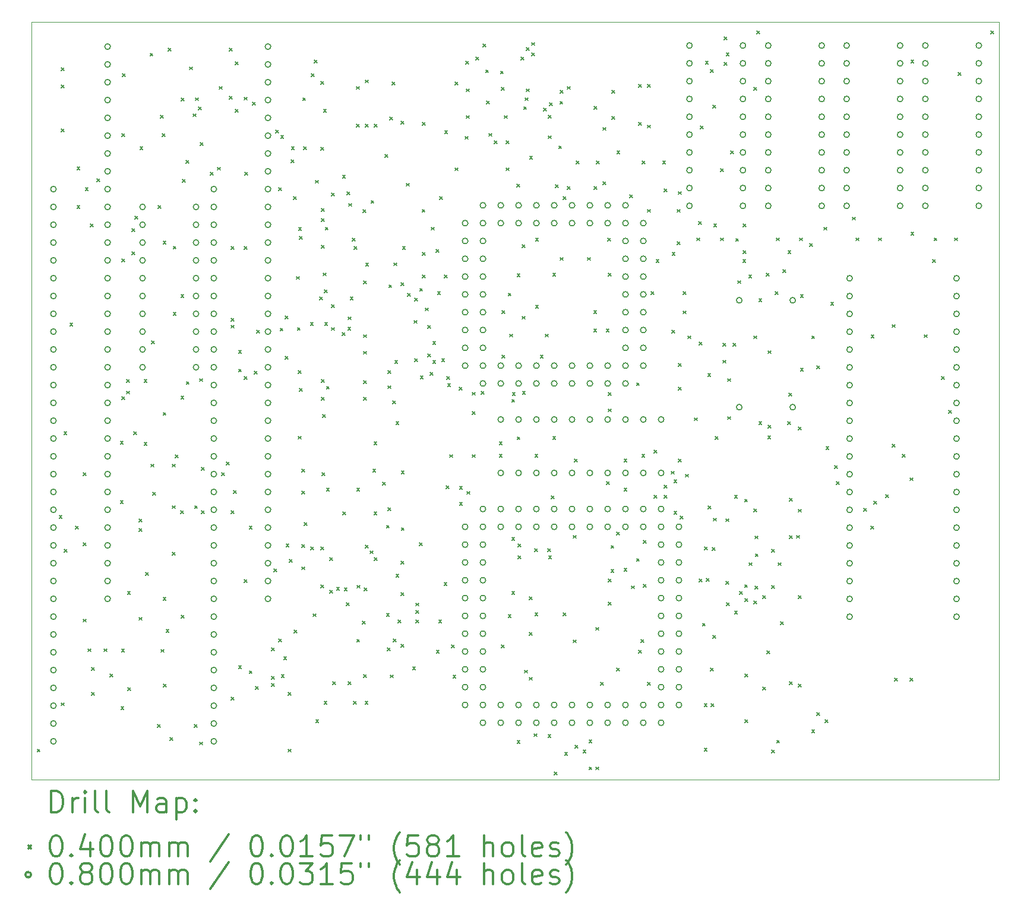
<source format=gbr>
%FSLAX45Y45*%
G04 Gerber Fmt 4.5, Leading zero omitted, Abs format (unit mm)*
G04 Created by KiCad (PCBNEW (5.1.12)-1) date 2022-10-26 16:15:54*
%MOMM*%
%LPD*%
G01*
G04 APERTURE LIST*
%TA.AperFunction,Profile*%
%ADD10C,0.050000*%
%TD*%
%ADD11C,0.200000*%
%ADD12C,0.300000*%
G04 APERTURE END LIST*
D10*
X8300000Y-14500000D02*
X8300000Y-3700000D01*
X22100000Y-14500000D02*
X8300000Y-14500000D01*
X22100000Y-3700000D02*
X22100000Y-14500000D01*
X8300000Y-3700000D02*
X22100000Y-3700000D01*
D11*
X8385020Y-14068010D02*
X8425020Y-14108010D01*
X8425020Y-14068010D02*
X8385020Y-14108010D01*
X8698510Y-10738510D02*
X8738510Y-10778510D01*
X8738510Y-10738510D02*
X8698510Y-10778510D01*
X8726010Y-13408970D02*
X8766010Y-13448970D01*
X8766010Y-13408970D02*
X8726010Y-13448970D01*
X8727700Y-5228490D02*
X8767700Y-5268490D01*
X8767700Y-5228490D02*
X8727700Y-5268490D01*
X8729000Y-4353000D02*
X8769000Y-4393000D01*
X8769000Y-4353000D02*
X8729000Y-4393000D01*
X8729000Y-4596000D02*
X8769000Y-4636000D01*
X8769000Y-4596000D02*
X8729000Y-4636000D01*
X8767160Y-9543990D02*
X8807160Y-9583990D01*
X8807160Y-9543990D02*
X8767160Y-9583990D01*
X8771020Y-11222980D02*
X8811020Y-11262980D01*
X8811020Y-11222980D02*
X8771020Y-11262980D01*
X8850260Y-7992490D02*
X8890260Y-8032490D01*
X8890260Y-7992490D02*
X8850260Y-8032490D01*
X8932200Y-10889000D02*
X8972200Y-10929000D01*
X8972200Y-10889000D02*
X8932200Y-10929000D01*
X8952980Y-5765980D02*
X8992980Y-5805980D01*
X8992980Y-5765980D02*
X8952980Y-5805980D01*
X8952980Y-6318000D02*
X8992980Y-6358000D01*
X8992980Y-6318000D02*
X8952980Y-6358000D01*
X9043340Y-10127000D02*
X9083340Y-10167000D01*
X9083340Y-10127000D02*
X9043340Y-10167000D01*
X9043340Y-11125980D02*
X9083340Y-11165980D01*
X9083340Y-11125980D02*
X9043340Y-11165980D01*
X9043340Y-12214490D02*
X9083340Y-12254490D01*
X9083340Y-12214490D02*
X9043340Y-12254490D01*
X9070500Y-6064000D02*
X9110500Y-6104000D01*
X9110500Y-6064000D02*
X9070500Y-6104000D01*
X9106500Y-12638000D02*
X9146500Y-12678000D01*
X9146500Y-12638000D02*
X9106500Y-12678000D01*
X9143010Y-6582480D02*
X9183010Y-6622480D01*
X9183010Y-6582480D02*
X9143010Y-6622480D01*
X9159000Y-12902110D02*
X9199000Y-12942110D01*
X9199000Y-12902110D02*
X9159000Y-12942110D01*
X9160000Y-13260000D02*
X9200000Y-13300000D01*
X9200000Y-13260000D02*
X9160000Y-13300000D01*
X9238990Y-5936000D02*
X9278990Y-5976000D01*
X9278990Y-5936000D02*
X9238990Y-5976000D01*
X9338990Y-12638000D02*
X9378990Y-12678000D01*
X9378990Y-12638000D02*
X9338990Y-12678000D01*
X9424000Y-12999000D02*
X9464000Y-13039000D01*
X9464000Y-12999000D02*
X9424000Y-13039000D01*
X9571520Y-9681510D02*
X9611520Y-9721510D01*
X9611520Y-9681510D02*
X9571520Y-9721510D01*
X9571520Y-10523950D02*
X9611520Y-10563950D01*
X9611520Y-10523950D02*
X9571520Y-10563950D01*
X9580000Y-13463970D02*
X9620000Y-13503970D01*
X9620000Y-13463970D02*
X9580000Y-13503970D01*
X9586720Y-12644840D02*
X9626720Y-12684840D01*
X9626720Y-12644840D02*
X9586720Y-12684840D01*
X9589030Y-5292500D02*
X9629030Y-5332500D01*
X9629030Y-5292500D02*
X9589030Y-5332500D01*
X9589030Y-7079000D02*
X9629030Y-7119000D01*
X9629030Y-7079000D02*
X9589030Y-7119000D01*
X9589030Y-9044010D02*
X9629030Y-9084010D01*
X9629030Y-9044010D02*
X9589030Y-9084010D01*
X9602480Y-4436490D02*
X9642480Y-4476490D01*
X9642480Y-4436490D02*
X9602480Y-4476490D01*
X9661540Y-8799240D02*
X9701540Y-8839240D01*
X9701540Y-8799240D02*
X9661540Y-8839240D01*
X9661540Y-8964480D02*
X9701540Y-9004480D01*
X9701540Y-8964480D02*
X9661540Y-9004480D01*
X9671990Y-11823520D02*
X9711990Y-11863520D01*
X9711990Y-11823520D02*
X9671990Y-11863520D01*
X9678000Y-13189940D02*
X9718000Y-13229940D01*
X9718000Y-13189940D02*
X9678000Y-13229940D01*
X9734050Y-6649980D02*
X9774050Y-6689980D01*
X9774050Y-6649980D02*
X9734050Y-6689980D01*
X9734050Y-6976490D02*
X9774050Y-7016490D01*
X9774050Y-6976490D02*
X9734050Y-7016490D01*
X9763250Y-9543990D02*
X9803250Y-9583990D01*
X9803250Y-9543990D02*
X9763250Y-9583990D01*
X9775070Y-6468490D02*
X9815070Y-6508490D01*
X9815070Y-6468490D02*
X9775070Y-6508490D01*
X9835760Y-10786490D02*
X9875760Y-10826490D01*
X9875760Y-10786490D02*
X9835760Y-10826490D01*
X9835760Y-10923970D02*
X9875760Y-10963970D01*
X9875760Y-10923970D02*
X9835760Y-10963970D01*
X9835760Y-12188240D02*
X9875760Y-12228240D01*
X9875760Y-12188240D02*
X9835760Y-12228240D01*
X9849400Y-5482490D02*
X9889400Y-5522490D01*
X9889400Y-5482490D02*
X9849400Y-5522490D01*
X9908270Y-8799240D02*
X9948270Y-8839240D01*
X9948270Y-8799240D02*
X9908270Y-8839240D01*
X9908270Y-9697980D02*
X9948270Y-9737980D01*
X9948270Y-9697980D02*
X9908270Y-9737980D01*
X9932000Y-11548490D02*
X9972000Y-11588490D01*
X9972000Y-11548490D02*
X9932000Y-11588490D01*
X9995000Y-4147110D02*
X10035000Y-4187110D01*
X10035000Y-4147110D02*
X9995000Y-4187110D01*
X10008280Y-10005960D02*
X10048280Y-10045960D01*
X10048280Y-10005960D02*
X10008280Y-10045960D01*
X10014520Y-8246490D02*
X10054520Y-8286490D01*
X10054520Y-8246490D02*
X10014520Y-8286490D01*
X10034950Y-10406000D02*
X10074950Y-10446000D01*
X10074950Y-10406000D02*
X10034950Y-10446000D01*
X10100110Y-13720000D02*
X10140110Y-13760000D01*
X10140110Y-13720000D02*
X10100110Y-13760000D01*
X10107460Y-6318000D02*
X10147460Y-6358000D01*
X10147460Y-6318000D02*
X10107460Y-6358000D01*
X10142610Y-5030480D02*
X10182610Y-5070480D01*
X10182610Y-5030480D02*
X10142610Y-5070480D01*
X10150920Y-12647540D02*
X10190920Y-12687540D01*
X10190920Y-12647540D02*
X10150920Y-12687540D01*
X10165540Y-5292500D02*
X10205540Y-5332500D01*
X10205540Y-5292500D02*
X10165540Y-5332500D01*
X10179970Y-6826000D02*
X10219970Y-6866000D01*
X10219970Y-6826000D02*
X10179970Y-6866000D01*
X10179970Y-9269370D02*
X10219970Y-9309370D01*
X10219970Y-9269370D02*
X10179970Y-9309370D01*
X10179970Y-11905000D02*
X10219970Y-11945000D01*
X10219970Y-11905000D02*
X10179970Y-11945000D01*
X10185000Y-13140000D02*
X10225000Y-13180000D01*
X10225000Y-13140000D02*
X10185000Y-13180000D01*
X10223640Y-12360760D02*
X10263640Y-12400760D01*
X10263640Y-12360760D02*
X10223640Y-12400760D01*
X10253290Y-4074600D02*
X10293290Y-4114600D01*
X10293290Y-4074600D02*
X10253290Y-4114600D01*
X10276200Y-13903800D02*
X10316200Y-13943800D01*
X10316200Y-13903800D02*
X10276200Y-13943800D01*
X10310000Y-11265000D02*
X10350000Y-11305000D01*
X10350000Y-11265000D02*
X10310000Y-11305000D01*
X10311000Y-10006000D02*
X10351000Y-10046000D01*
X10351000Y-10006000D02*
X10311000Y-10046000D01*
X10311000Y-10596460D02*
X10351000Y-10636460D01*
X10351000Y-10596460D02*
X10311000Y-10636460D01*
X10324990Y-6898510D02*
X10364990Y-6938510D01*
X10364990Y-6898510D02*
X10324990Y-6938510D01*
X10324990Y-7842000D02*
X10364990Y-7882000D01*
X10364990Y-7842000D02*
X10324990Y-7882000D01*
X10352490Y-9874500D02*
X10392490Y-9914500D01*
X10392490Y-9874500D02*
X10352490Y-9914500D01*
X10431110Y-10668970D02*
X10471110Y-10708970D01*
X10471110Y-10668970D02*
X10431110Y-10708970D01*
X10433660Y-7588000D02*
X10473660Y-7628000D01*
X10473660Y-7588000D02*
X10433660Y-7628000D01*
X10433660Y-9036990D02*
X10473660Y-9076990D01*
X10473660Y-9036990D02*
X10433660Y-9076990D01*
X10437380Y-12160000D02*
X10477380Y-12200000D01*
X10477380Y-12160000D02*
X10437380Y-12200000D01*
X10438060Y-4784500D02*
X10478060Y-4824500D01*
X10478060Y-4784500D02*
X10438060Y-4824500D01*
X10455000Y-5943980D02*
X10495000Y-5983980D01*
X10495000Y-5943980D02*
X10455000Y-5983980D01*
X10505000Y-5675000D02*
X10545000Y-5715000D01*
X10545000Y-5675000D02*
X10505000Y-5715000D01*
X10509890Y-8827000D02*
X10549890Y-8867000D01*
X10549890Y-8827000D02*
X10509890Y-8867000D01*
X10555000Y-4340000D02*
X10595000Y-4380000D01*
X10595000Y-4340000D02*
X10555000Y-4380000D01*
X10608530Y-5010010D02*
X10648530Y-5050010D01*
X10648530Y-5010010D02*
X10608530Y-5050010D01*
X10627410Y-13720000D02*
X10667410Y-13760000D01*
X10667410Y-13720000D02*
X10627410Y-13760000D01*
X10629000Y-10596460D02*
X10669000Y-10636460D01*
X10669000Y-10596460D02*
X10629000Y-10636460D01*
X10644000Y-4782000D02*
X10684000Y-4822000D01*
X10684000Y-4782000D02*
X10644000Y-4822000D01*
X10685000Y-4910000D02*
X10725000Y-4950000D01*
X10725000Y-4910000D02*
X10685000Y-4950000D01*
X10701510Y-8785490D02*
X10741510Y-8825490D01*
X10741510Y-8785490D02*
X10701510Y-8825490D01*
X10702190Y-13968000D02*
X10742190Y-14008000D01*
X10742190Y-13968000D02*
X10702190Y-14008000D01*
X10707940Y-5419500D02*
X10747940Y-5459500D01*
X10747940Y-5419500D02*
X10707940Y-5459500D01*
X10726100Y-10049020D02*
X10766100Y-10089020D01*
X10766100Y-10049020D02*
X10726100Y-10089020D01*
X10729010Y-10668970D02*
X10769010Y-10708970D01*
X10769010Y-10668970D02*
X10729010Y-10708970D01*
X10851170Y-5843970D02*
X10891170Y-5883970D01*
X10891170Y-5843970D02*
X10851170Y-5883970D01*
X10957010Y-5771460D02*
X10997010Y-5811460D01*
X10997010Y-5771460D02*
X10957010Y-5811460D01*
X10980460Y-4619680D02*
X11020460Y-4659680D01*
X11020460Y-4619680D02*
X10980460Y-4659680D01*
X11012010Y-10127000D02*
X11052010Y-10167000D01*
X11052010Y-10127000D02*
X11012010Y-10167000D01*
X11084520Y-9976510D02*
X11124520Y-10016510D01*
X11124520Y-9976510D02*
X11084520Y-10016510D01*
X11125480Y-4074600D02*
X11165480Y-4114600D01*
X11165480Y-4074600D02*
X11125480Y-4114600D01*
X11125480Y-4762910D02*
X11165480Y-4802910D01*
X11165480Y-4762910D02*
X11125480Y-4802910D01*
X11147040Y-6903980D02*
X11187040Y-6943980D01*
X11187040Y-6903980D02*
X11147040Y-6943980D01*
X11147040Y-7923480D02*
X11187040Y-7963480D01*
X11187040Y-7923480D02*
X11147040Y-7963480D01*
X11147040Y-8023490D02*
X11187040Y-8063490D01*
X11187040Y-8023490D02*
X11147040Y-8063490D01*
X11147040Y-10668970D02*
X11187040Y-10708970D01*
X11187040Y-10668970D02*
X11147040Y-10708970D01*
X11147040Y-13327490D02*
X11187040Y-13367490D01*
X11187040Y-13327490D02*
X11147040Y-13367490D01*
X11183440Y-10382000D02*
X11223440Y-10422000D01*
X11223440Y-10382000D02*
X11183440Y-10422000D01*
X11210500Y-4267490D02*
X11250500Y-4307490D01*
X11250500Y-4267490D02*
X11210500Y-4307490D01*
X11210500Y-4944490D02*
X11250500Y-4984490D01*
X11250500Y-4944490D02*
X11210500Y-4984490D01*
X11255950Y-8381230D02*
X11295950Y-8421230D01*
X11295950Y-8381230D02*
X11255950Y-8421230D01*
X11255950Y-8649640D02*
X11295950Y-8689640D01*
X11295950Y-8649640D02*
X11255950Y-8689640D01*
X11255950Y-12879880D02*
X11295950Y-12919880D01*
X11295950Y-12879880D02*
X11255950Y-12919880D01*
X11334270Y-4771970D02*
X11374270Y-4811970D01*
X11374270Y-4771970D02*
X11334270Y-4811970D01*
X11334270Y-8754490D02*
X11374270Y-8794490D01*
X11374270Y-8754490D02*
X11334270Y-8794490D01*
X11334270Y-11651000D02*
X11374270Y-11691000D01*
X11374270Y-11651000D02*
X11334270Y-11691000D01*
X11337070Y-6903980D02*
X11377070Y-6943980D01*
X11377070Y-6903980D02*
X11337070Y-6943980D01*
X11345590Y-5843970D02*
X11385590Y-5883970D01*
X11385590Y-5843970D02*
X11345590Y-5883970D01*
X11406780Y-10889000D02*
X11446780Y-10929000D01*
X11446780Y-10889000D02*
X11406780Y-10929000D01*
X11406780Y-12952390D02*
X11446780Y-12992390D01*
X11446780Y-12952390D02*
X11406780Y-12992390D01*
X11455219Y-4847301D02*
X11495219Y-4887301D01*
X11495219Y-4847301D02*
X11455219Y-4887301D01*
X11479630Y-8681980D02*
X11519630Y-8721980D01*
X11519630Y-8681980D02*
X11479630Y-8721980D01*
X11496800Y-13176000D02*
X11536800Y-13216000D01*
X11536800Y-13176000D02*
X11496800Y-13216000D01*
X11511790Y-8096000D02*
X11551790Y-8136000D01*
X11551790Y-8096000D02*
X11511790Y-8136000D01*
X11727510Y-12624500D02*
X11767510Y-12664500D01*
X11767510Y-12624500D02*
X11727510Y-12664500D01*
X11727510Y-13032490D02*
X11767510Y-13072490D01*
X11767510Y-13032490D02*
X11727510Y-13072490D01*
X11727510Y-13132500D02*
X11767510Y-13172500D01*
X11767510Y-13132500D02*
X11727510Y-13172500D01*
X11757510Y-11499510D02*
X11797510Y-11539510D01*
X11797510Y-11499510D02*
X11757510Y-11539510D01*
X11785010Y-5244050D02*
X11825010Y-5284050D01*
X11825010Y-5244050D02*
X11785010Y-5284050D01*
X11827520Y-12497500D02*
X11867520Y-12537500D01*
X11867520Y-12497500D02*
X11827520Y-12537500D01*
X11830020Y-6063000D02*
X11870020Y-6103000D01*
X11870020Y-6063000D02*
X11830020Y-6103000D01*
X11847530Y-8065000D02*
X11887530Y-8105000D01*
X11887530Y-8065000D02*
X11847530Y-8105000D01*
X11857520Y-5316560D02*
X11897520Y-5356560D01*
X11897520Y-5316560D02*
X11857520Y-5356560D01*
X11864650Y-13005500D02*
X11904650Y-13045500D01*
X11904650Y-13005500D02*
X11864650Y-13045500D01*
X11900030Y-12751500D02*
X11940030Y-12791500D01*
X11940030Y-12751500D02*
X11900030Y-12791500D01*
X11920040Y-7894270D02*
X11960040Y-7934270D01*
X11960040Y-7894270D02*
X11920040Y-7934270D01*
X11920040Y-8468990D02*
X11960040Y-8508990D01*
X11960040Y-8468990D02*
X11920040Y-8508990D01*
X11932000Y-11143000D02*
X11972000Y-11183000D01*
X11972000Y-11143000D02*
X11932000Y-11183000D01*
X11964130Y-14068050D02*
X12004130Y-14108050D01*
X12004130Y-14068050D02*
X11964130Y-14108050D01*
X11964650Y-13259500D02*
X12004650Y-13299500D01*
X12004650Y-13259500D02*
X11964650Y-13299500D01*
X11978000Y-11363000D02*
X12018000Y-11403000D01*
X12018000Y-11363000D02*
X11978000Y-11403000D01*
X12002540Y-5665490D02*
X12042540Y-5705490D01*
X12042540Y-5665490D02*
X12002540Y-5705490D01*
X12009410Y-5476460D02*
X12049410Y-5516460D01*
X12049410Y-5476460D02*
X12009410Y-5516460D01*
X12037560Y-6190500D02*
X12077560Y-6230500D01*
X12077560Y-6190500D02*
X12037560Y-6230500D01*
X12047340Y-12370500D02*
X12087340Y-12410500D01*
X12087340Y-12370500D02*
X12047340Y-12410500D01*
X12081000Y-7329000D02*
X12121000Y-7369000D01*
X12121000Y-7329000D02*
X12081000Y-7369000D01*
X12092560Y-8056460D02*
X12132560Y-8096460D01*
X12132560Y-8056460D02*
X12092560Y-8096460D01*
X12106500Y-8668500D02*
X12146500Y-8708500D01*
X12146500Y-8668500D02*
X12106500Y-8708500D01*
X12106500Y-9606890D02*
X12146500Y-9646890D01*
X12146500Y-9606890D02*
X12106500Y-9646890D01*
X12110070Y-6630500D02*
X12150070Y-6670500D01*
X12150070Y-6630500D02*
X12110070Y-6670500D01*
X12121990Y-6757500D02*
X12161990Y-6797500D01*
X12161990Y-6757500D02*
X12121990Y-6797500D01*
X12121990Y-8922500D02*
X12161990Y-8962500D01*
X12161990Y-8922500D02*
X12121990Y-8962500D01*
X12155000Y-10075000D02*
X12195000Y-10115000D01*
X12195000Y-10075000D02*
X12155000Y-10115000D01*
X12155000Y-10390000D02*
X12195000Y-10430000D01*
X12195000Y-10390000D02*
X12155000Y-10430000D01*
X12160000Y-11155000D02*
X12200000Y-11195000D01*
X12200000Y-11155000D02*
X12160000Y-11195000D01*
X12160000Y-11470000D02*
X12200000Y-11510000D01*
X12200000Y-11470000D02*
X12160000Y-11510000D01*
X12170000Y-4780000D02*
X12210000Y-4820000D01*
X12210000Y-4780000D02*
X12170000Y-4820000D01*
X12182500Y-5476460D02*
X12222500Y-5516460D01*
X12222500Y-5476460D02*
X12182500Y-5516460D01*
X12192080Y-10841530D02*
X12232080Y-10881530D01*
X12232080Y-10841530D02*
X12192080Y-10881530D01*
X12279500Y-7983950D02*
X12319500Y-8023950D01*
X12319500Y-7983950D02*
X12279500Y-8023950D01*
X12281610Y-11187900D02*
X12321610Y-11227900D01*
X12321610Y-11187900D02*
X12281610Y-11227900D01*
X12291610Y-4436490D02*
X12331610Y-4476490D01*
X12331610Y-4436490D02*
X12291610Y-4476490D01*
X12318200Y-12138040D02*
X12358200Y-12178040D01*
X12358200Y-12138040D02*
X12318200Y-12178040D01*
X12337490Y-4240490D02*
X12377490Y-4280490D01*
X12377490Y-4240490D02*
X12337490Y-4280490D01*
X12350130Y-5957370D02*
X12390130Y-5997370D01*
X12390130Y-5957370D02*
X12350130Y-5997370D01*
X12355000Y-13650000D02*
X12395000Y-13690000D01*
X12395000Y-13650000D02*
X12355000Y-13690000D01*
X12409510Y-7620010D02*
X12449510Y-7660010D01*
X12449510Y-7620010D02*
X12409510Y-7660010D01*
X12426000Y-11189000D02*
X12466000Y-11229000D01*
X12466000Y-11189000D02*
X12426000Y-11229000D01*
X12426000Y-11729980D02*
X12466000Y-11769980D01*
X12466000Y-11729980D02*
X12426000Y-11769980D01*
X12427500Y-5490390D02*
X12467500Y-5530390D01*
X12467500Y-5490390D02*
X12427500Y-5530390D01*
X12428000Y-4551000D02*
X12468000Y-4591000D01*
X12468000Y-4551000D02*
X12428000Y-4591000D01*
X12437010Y-6360270D02*
X12477010Y-6400270D01*
X12477010Y-6360270D02*
X12437010Y-6400270D01*
X12437010Y-6503500D02*
X12477010Y-6543500D01*
X12477010Y-6503500D02*
X12437010Y-6543500D01*
X12437010Y-6884500D02*
X12477010Y-6924500D01*
X12477010Y-6884500D02*
X12437010Y-6924500D01*
X12437010Y-8795500D02*
X12477010Y-8835500D01*
X12477010Y-8795500D02*
X12437010Y-8835500D01*
X12437010Y-9049500D02*
X12477010Y-9089500D01*
X12477010Y-9049500D02*
X12437010Y-9089500D01*
X12445000Y-10130000D02*
X12485000Y-10170000D01*
X12485000Y-10130000D02*
X12445000Y-10170000D01*
X12455000Y-9300000D02*
X12495000Y-9340000D01*
X12495000Y-9300000D02*
X12455000Y-9340000D01*
X12464510Y-7279720D02*
X12504510Y-7319720D01*
X12504510Y-7279720D02*
X12464510Y-7319720D01*
X12465350Y-4944490D02*
X12505350Y-4984490D01*
X12505350Y-4944490D02*
X12465350Y-4984490D01*
X12475000Y-13385000D02*
X12515000Y-13425000D01*
X12515000Y-13385000D02*
X12475000Y-13425000D01*
X12480000Y-7520000D02*
X12520000Y-7560000D01*
X12520000Y-7520000D02*
X12480000Y-7560000D01*
X12482500Y-7983950D02*
X12522500Y-8023950D01*
X12522500Y-7983950D02*
X12482500Y-8023950D01*
X12490490Y-6626860D02*
X12530490Y-6666860D01*
X12530490Y-6626860D02*
X12490490Y-6666860D01*
X12508510Y-10348940D02*
X12548510Y-10388940D01*
X12548510Y-10348940D02*
X12508510Y-10388940D01*
X12509520Y-8895510D02*
X12549520Y-8935510D01*
X12549520Y-8895510D02*
X12509520Y-8935510D01*
X12553000Y-11338920D02*
X12593000Y-11378920D01*
X12593000Y-11338920D02*
X12553000Y-11378920D01*
X12553000Y-11802490D02*
X12593000Y-11842490D01*
X12593000Y-11802490D02*
X12553000Y-11842490D01*
X12583310Y-6138750D02*
X12623310Y-6178750D01*
X12623310Y-6138750D02*
X12583310Y-6178750D01*
X12583310Y-7732480D02*
X12623310Y-7772480D01*
X12623310Y-7732480D02*
X12583310Y-7772480D01*
X12583310Y-8056460D02*
X12623310Y-8096460D01*
X12623310Y-8056460D02*
X12583310Y-8096460D01*
X12598090Y-13110260D02*
X12638090Y-13150260D01*
X12638090Y-13110260D02*
X12598090Y-13150260D01*
X12653010Y-11762530D02*
X12693010Y-11802530D01*
X12693010Y-11762530D02*
X12653010Y-11802530D01*
X12729990Y-8127940D02*
X12769990Y-8167940D01*
X12769990Y-8127940D02*
X12729990Y-8167940D01*
X12738250Y-5885610D02*
X12778250Y-5925610D01*
X12778250Y-5885610D02*
X12738250Y-5925610D01*
X12742510Y-10685350D02*
X12782510Y-10725350D01*
X12782510Y-10685350D02*
X12742510Y-10725350D01*
X12762510Y-11768220D02*
X12802510Y-11808220D01*
X12802510Y-11768220D02*
X12762510Y-11808220D01*
X12795000Y-11980000D02*
X12835000Y-12020000D01*
X12835000Y-11980000D02*
X12795000Y-12020000D01*
X12800000Y-6125000D02*
X12840000Y-6165000D01*
X12840000Y-6125000D02*
X12800000Y-6165000D01*
X12812520Y-8055950D02*
X12852520Y-8095950D01*
X12852520Y-8055950D02*
X12812520Y-8095950D01*
X12815000Y-7905000D02*
X12855000Y-7945000D01*
X12855000Y-7905000D02*
X12815000Y-7945000D01*
X12819020Y-13110260D02*
X12859020Y-13150260D01*
X12859020Y-13110260D02*
X12819020Y-13150260D01*
X12828330Y-6287760D02*
X12868330Y-6327760D01*
X12868330Y-6287760D02*
X12828330Y-6327760D01*
X12847510Y-7620010D02*
X12887510Y-7660010D01*
X12887510Y-7620010D02*
X12847510Y-7660010D01*
X12875010Y-6783890D02*
X12915010Y-6823890D01*
X12915010Y-6783890D02*
X12875010Y-6823890D01*
X12891200Y-13386500D02*
X12931200Y-13426500D01*
X12931200Y-13386500D02*
X12891200Y-13426500D01*
X12902510Y-6902010D02*
X12942510Y-6942010D01*
X12942510Y-6902010D02*
X12902510Y-6942010D01*
X12935500Y-4619770D02*
X12975500Y-4659770D01*
X12975500Y-4619770D02*
X12935500Y-4659770D01*
X12935500Y-5157990D02*
X12975500Y-5197990D01*
X12975500Y-5157990D02*
X12935500Y-5197990D01*
X12939520Y-10348940D02*
X12979520Y-10388940D01*
X12979520Y-10348940D02*
X12939520Y-10388940D01*
X12940020Y-12502250D02*
X12980020Y-12542250D01*
X12980020Y-12502250D02*
X12940020Y-12542250D01*
X12942020Y-11731890D02*
X12982020Y-11771890D01*
X12982020Y-11731890D02*
X12942020Y-11771890D01*
X13020000Y-12245000D02*
X13060000Y-12285000D01*
X13060000Y-12245000D02*
X13020000Y-12285000D01*
X13030000Y-6378000D02*
X13070000Y-6418000D01*
X13070000Y-6378000D02*
X13030000Y-6418000D01*
X13035000Y-8160000D02*
X13075000Y-8200000D01*
X13075000Y-8160000D02*
X13035000Y-8200000D01*
X13036220Y-13005500D02*
X13076220Y-13045500D01*
X13076220Y-13005500D02*
X13036220Y-13045500D01*
X13037540Y-7392500D02*
X13077540Y-7432500D01*
X13077540Y-7392500D02*
X13037540Y-7432500D01*
X13037540Y-8395650D02*
X13077540Y-8435650D01*
X13077540Y-8395650D02*
X13037540Y-8435650D01*
X13037540Y-8815740D02*
X13077540Y-8855740D01*
X13077540Y-8815740D02*
X13037540Y-8855740D01*
X13037540Y-9049500D02*
X13077540Y-9089500D01*
X13077540Y-9049500D02*
X13037540Y-9089500D01*
X13043500Y-11768470D02*
X13083500Y-11808470D01*
X13083500Y-11768470D02*
X13043500Y-11808470D01*
X13059990Y-13386500D02*
X13099990Y-13426500D01*
X13099990Y-13386500D02*
X13059990Y-13426500D01*
X13061000Y-11159060D02*
X13101000Y-11199060D01*
X13101000Y-11159060D02*
X13061000Y-11199060D01*
X13062500Y-4528010D02*
X13102500Y-4568010D01*
X13102500Y-4528010D02*
X13062500Y-4568010D01*
X13062500Y-5157990D02*
X13102500Y-5197990D01*
X13102500Y-5157990D02*
X13062500Y-5197990D01*
X13066990Y-7138500D02*
X13106990Y-7178500D01*
X13106990Y-7138500D02*
X13066990Y-7178500D01*
X13131720Y-11239990D02*
X13171720Y-11279990D01*
X13171720Y-11239990D02*
X13131720Y-11279990D01*
X13144010Y-6245490D02*
X13184010Y-6285490D01*
X13184010Y-6245490D02*
X13144010Y-6285490D01*
X13168000Y-10079060D02*
X13208000Y-10119060D01*
X13208000Y-10079060D02*
X13168000Y-10119060D01*
X13185500Y-9688220D02*
X13225500Y-9728220D01*
X13225500Y-9688220D02*
X13185500Y-9728220D01*
X13185500Y-10685350D02*
X13225500Y-10725350D01*
X13225500Y-10685350D02*
X13185500Y-10725350D01*
X13189500Y-5157990D02*
X13229500Y-5197990D01*
X13229500Y-5157990D02*
X13189500Y-5197990D01*
X13190000Y-11340000D02*
X13230000Y-11380000D01*
X13230000Y-11340000D02*
X13190000Y-11380000D01*
X13310000Y-10265000D02*
X13350000Y-10305000D01*
X13350000Y-10265000D02*
X13310000Y-10305000D01*
X13345250Y-5587400D02*
X13385250Y-5627400D01*
X13385250Y-5587400D02*
X13345250Y-5627400D01*
X13362520Y-10877170D02*
X13402520Y-10917170D01*
X13402520Y-10877170D02*
X13362520Y-10917170D01*
X13362520Y-12132110D02*
X13402520Y-12172110D01*
X13402520Y-12132110D02*
X13362520Y-12172110D01*
X13375010Y-12624500D02*
X13415010Y-12664500D01*
X13415010Y-12624500D02*
X13375010Y-12664500D01*
X13382010Y-8668500D02*
X13422010Y-8708500D01*
X13422010Y-8668500D02*
X13382010Y-8708500D01*
X13382010Y-8888250D02*
X13422010Y-8928250D01*
X13422010Y-8888250D02*
X13382010Y-8928250D01*
X13382510Y-10625000D02*
X13422510Y-10665000D01*
X13422510Y-10625000D02*
X13382510Y-10665000D01*
X13397200Y-7446990D02*
X13437200Y-7486990D01*
X13437200Y-7446990D02*
X13397200Y-7486990D01*
X13410990Y-5057980D02*
X13450990Y-5097980D01*
X13450990Y-5057980D02*
X13410990Y-5097980D01*
X13419400Y-13010250D02*
X13459400Y-13050250D01*
X13459400Y-13010250D02*
X13419400Y-13050250D01*
X13443500Y-4554490D02*
X13483500Y-4594490D01*
X13483500Y-4554490D02*
X13443500Y-4594490D01*
X13454520Y-9103990D02*
X13494520Y-9143990D01*
X13494520Y-9103990D02*
X13454520Y-9143990D01*
X13458510Y-12497500D02*
X13498510Y-12537500D01*
X13498510Y-12497500D02*
X13458510Y-12537500D01*
X13469710Y-7134700D02*
X13509710Y-7174700D01*
X13509710Y-7134700D02*
X13469710Y-7174700D01*
X13483130Y-8528110D02*
X13523130Y-8568110D01*
X13523130Y-8528110D02*
X13483130Y-8568110D01*
X13500030Y-9401020D02*
X13540030Y-9441020D01*
X13540030Y-9401020D02*
X13500030Y-9441020D01*
X13500030Y-11578440D02*
X13540030Y-11618440D01*
X13540030Y-11578440D02*
X13500030Y-11618440D01*
X13531020Y-12229500D02*
X13571020Y-12269500D01*
X13571020Y-12229500D02*
X13531020Y-12269500D01*
X13570000Y-5115000D02*
X13610000Y-5155000D01*
X13610000Y-5115000D02*
X13570000Y-5155000D01*
X13570000Y-12575000D02*
X13610000Y-12615000D01*
X13610000Y-12575000D02*
X13570000Y-12615000D01*
X13572540Y-11387000D02*
X13612540Y-11427000D01*
X13612540Y-11387000D02*
X13572540Y-11427000D01*
X13572540Y-11840980D02*
X13612540Y-11880980D01*
X13612540Y-11840980D02*
X13572540Y-11880980D01*
X13573150Y-7416360D02*
X13613150Y-7456360D01*
X13613150Y-7416360D02*
X13573150Y-7456360D01*
X13575040Y-10099500D02*
X13615040Y-10139500D01*
X13615040Y-10099500D02*
X13575040Y-10139500D01*
X13575040Y-10910120D02*
X13615040Y-10950120D01*
X13615040Y-10910120D02*
X13575040Y-10950120D01*
X13592250Y-6902010D02*
X13632250Y-6942010D01*
X13632250Y-6902010D02*
X13592250Y-6942010D01*
X13646090Y-6001340D02*
X13686090Y-6041340D01*
X13686090Y-6001340D02*
X13646090Y-6041340D01*
X13664760Y-7570350D02*
X13704760Y-7610350D01*
X13704760Y-7570350D02*
X13664760Y-7610350D01*
X13737110Y-12893900D02*
X13777110Y-12933900D01*
X13777110Y-12893900D02*
X13737110Y-12933900D01*
X13755080Y-7956500D02*
X13795080Y-7996500D01*
X13795080Y-7956500D02*
X13755080Y-7996500D01*
X13764770Y-7641080D02*
X13804770Y-7681080D01*
X13804770Y-7641080D02*
X13764770Y-7681080D01*
X13765070Y-8504870D02*
X13805070Y-8544870D01*
X13805070Y-8504870D02*
X13765070Y-8544870D01*
X13784000Y-11986000D02*
X13824000Y-12026000D01*
X13824000Y-11986000D02*
X13784000Y-12026000D01*
X13784000Y-12090380D02*
X13824000Y-12130380D01*
X13824000Y-12090380D02*
X13784000Y-12130380D01*
X13784000Y-12229500D02*
X13824000Y-12269500D01*
X13824000Y-12229500D02*
X13784000Y-12269500D01*
X13832400Y-11126750D02*
X13872400Y-11166750D01*
X13872400Y-11126750D02*
X13832400Y-11166750D01*
X13837280Y-7497840D02*
X13877280Y-7537840D01*
X13877280Y-7497840D02*
X13837280Y-7537840D01*
X13845680Y-8744780D02*
X13885680Y-8784780D01*
X13885680Y-8744780D02*
X13845680Y-8784780D01*
X13872680Y-6372860D02*
X13912680Y-6412860D01*
X13912680Y-6372860D02*
X13872680Y-6412860D01*
X13872890Y-5133000D02*
X13912890Y-5173000D01*
X13912890Y-5133000D02*
X13872890Y-5173000D01*
X13875000Y-6985000D02*
X13915000Y-7025000D01*
X13915000Y-6985000D02*
X13875000Y-7025000D01*
X13876000Y-7308000D02*
X13916000Y-7348000D01*
X13916000Y-7308000D02*
X13876000Y-7348000D01*
X13919220Y-7778060D02*
X13959220Y-7818060D01*
X13959220Y-7778060D02*
X13919220Y-7818060D01*
X13952490Y-8029010D02*
X13992490Y-8069010D01*
X13992490Y-8029010D02*
X13952490Y-8069010D01*
X13952490Y-8432360D02*
X13992490Y-8472360D01*
X13992490Y-8432360D02*
X13952490Y-8472360D01*
X13985000Y-8695000D02*
X14025000Y-8735000D01*
X14025000Y-8695000D02*
X13985000Y-8735000D01*
X14001010Y-6626860D02*
X14041010Y-6666860D01*
X14041010Y-6626860D02*
X14001010Y-6666860D01*
X14025000Y-8254490D02*
X14065000Y-8294490D01*
X14065000Y-8254490D02*
X14025000Y-8294490D01*
X14025000Y-8527430D02*
X14065000Y-8567430D01*
X14065000Y-8527430D02*
X14025000Y-8567430D01*
X14073520Y-6942010D02*
X14113520Y-6982010D01*
X14113520Y-6942010D02*
X14073520Y-6982010D01*
X14074040Y-12657000D02*
X14114040Y-12697000D01*
X14114040Y-12657000D02*
X14074040Y-12697000D01*
X14091740Y-7543950D02*
X14131740Y-7583950D01*
X14131740Y-7543950D02*
X14091740Y-7583950D01*
X14109060Y-12226860D02*
X14149060Y-12266860D01*
X14149060Y-12226860D02*
X14109060Y-12266860D01*
X14121030Y-6191370D02*
X14161030Y-6231370D01*
X14161030Y-6191370D02*
X14121030Y-6231370D01*
X14150120Y-8504870D02*
X14190120Y-8544870D01*
X14190120Y-8504870D02*
X14150120Y-8544870D01*
X14184000Y-11691000D02*
X14224000Y-11731000D01*
X14224000Y-11691000D02*
X14184000Y-11731000D01*
X14187490Y-7311000D02*
X14227490Y-7351000D01*
X14227490Y-7311000D02*
X14187490Y-7351000D01*
X14193540Y-5250380D02*
X14233540Y-5290380D01*
X14233540Y-5250380D02*
X14193540Y-5290380D01*
X14215800Y-10314200D02*
X14255800Y-10354200D01*
X14255800Y-10314200D02*
X14215800Y-10354200D01*
X14222630Y-8757140D02*
X14262630Y-8797140D01*
X14262630Y-8757140D02*
X14222630Y-8797140D01*
X14235500Y-8857150D02*
X14275500Y-8897150D01*
X14275500Y-8857150D02*
X14235500Y-8897150D01*
X14265000Y-9870000D02*
X14305000Y-9910000D01*
X14305000Y-9870000D02*
X14265000Y-9910000D01*
X14293480Y-12584490D02*
X14333480Y-12624490D01*
X14333480Y-12584490D02*
X14293480Y-12624490D01*
X14312660Y-13016360D02*
X14352660Y-13056360D01*
X14352660Y-13016360D02*
X14312660Y-13056360D01*
X14338560Y-4557490D02*
X14378560Y-4597490D01*
X14378560Y-4557490D02*
X14338560Y-4597490D01*
X14338560Y-5779960D02*
X14378560Y-5819960D01*
X14378560Y-5779960D02*
X14338560Y-5819960D01*
X14400530Y-8907960D02*
X14440530Y-8947960D01*
X14440530Y-8907960D02*
X14400530Y-8947960D01*
X14404440Y-10321350D02*
X14444440Y-10361350D01*
X14444440Y-10321350D02*
X14404440Y-10361350D01*
X14404440Y-10548870D02*
X14444440Y-10588870D01*
X14444440Y-10548870D02*
X14404440Y-10588870D01*
X14483580Y-5331440D02*
X14523580Y-5371440D01*
X14523580Y-5331440D02*
X14483580Y-5371440D01*
X14491050Y-4260050D02*
X14531050Y-4300050D01*
X14531050Y-4260050D02*
X14491050Y-4300050D01*
X14504540Y-4654500D02*
X14544540Y-4694500D01*
X14544540Y-4654500D02*
X14504540Y-4694500D01*
X14504540Y-5035500D02*
X14544540Y-5075500D01*
X14544540Y-5035500D02*
X14504540Y-5075500D01*
X14508250Y-10393860D02*
X14548250Y-10433860D01*
X14548250Y-10393860D02*
X14508250Y-10433860D01*
X14585000Y-9870000D02*
X14625000Y-9910000D01*
X14625000Y-9870000D02*
X14585000Y-9910000D01*
X14587870Y-8980470D02*
X14627870Y-9020470D01*
X14627870Y-8980470D02*
X14587870Y-9020470D01*
X14589000Y-9256000D02*
X14629000Y-9296000D01*
X14629000Y-9256000D02*
X14589000Y-9296000D01*
X14639290Y-4201450D02*
X14679290Y-4241450D01*
X14679290Y-4201450D02*
X14639290Y-4241450D01*
X14711610Y-8966130D02*
X14751610Y-9006130D01*
X14751610Y-8966130D02*
X14711610Y-9006130D01*
X14740000Y-4015000D02*
X14780000Y-4055000D01*
X14780000Y-4015000D02*
X14740000Y-4055000D01*
X14777060Y-4381990D02*
X14817060Y-4421990D01*
X14817060Y-4381990D02*
X14777060Y-4421990D01*
X14789560Y-4826970D02*
X14829560Y-4866970D01*
X14829560Y-4826970D02*
X14789560Y-4866970D01*
X14825000Y-5290000D02*
X14865000Y-5330000D01*
X14865000Y-5290000D02*
X14825000Y-5330000D01*
X14897510Y-5395360D02*
X14937510Y-5435360D01*
X14937510Y-5395360D02*
X14897510Y-5435360D01*
X14971640Y-9688220D02*
X15011640Y-9728220D01*
X15011640Y-9688220D02*
X14971640Y-9728220D01*
X14971640Y-9862470D02*
X15011640Y-9902470D01*
X15011640Y-9862470D02*
X14971640Y-9902470D01*
X14990000Y-4400000D02*
X15030000Y-4440000D01*
X15030000Y-4400000D02*
X14990000Y-4440000D01*
X15000000Y-4630000D02*
X15040000Y-4670000D01*
X15040000Y-4630000D02*
X15000000Y-4670000D01*
X15003120Y-12584490D02*
X15043120Y-12624490D01*
X15043120Y-12584490D02*
X15003120Y-12624490D01*
X15012660Y-7819000D02*
X15052660Y-7859000D01*
X15052660Y-7819000D02*
X15012660Y-7859000D01*
X15012660Y-8449870D02*
X15052660Y-8489870D01*
X15052660Y-8449870D02*
X15012660Y-8489870D01*
X15046940Y-5035500D02*
X15086940Y-5075500D01*
X15086940Y-5035500D02*
X15046940Y-5075500D01*
X15072710Y-5395360D02*
X15112710Y-5435360D01*
X15112710Y-5395360D02*
X15072710Y-5435360D01*
X15072710Y-5779960D02*
X15112710Y-5819960D01*
X15112710Y-5779960D02*
X15072710Y-5819960D01*
X15099000Y-12149000D02*
X15139000Y-12189000D01*
X15139000Y-12149000D02*
X15099000Y-12189000D01*
X15100000Y-7565870D02*
X15140000Y-7605870D01*
X15140000Y-7565870D02*
X15100000Y-7605870D01*
X15121640Y-8150860D02*
X15161640Y-8190860D01*
X15161640Y-8150860D02*
X15121640Y-8190860D01*
X15149140Y-9082960D02*
X15189140Y-9122960D01*
X15189140Y-9082960D02*
X15149140Y-9122960D01*
X15149140Y-11053340D02*
X15189140Y-11093340D01*
X15189140Y-11053340D02*
X15149140Y-11093340D01*
X15149140Y-11822490D02*
X15189140Y-11862490D01*
X15189140Y-11822490D02*
X15149140Y-11862490D01*
X15157680Y-8982950D02*
X15197680Y-9022950D01*
X15197680Y-8982950D02*
X15157680Y-9022950D01*
X15220000Y-6015000D02*
X15260000Y-6055000D01*
X15260000Y-6015000D02*
X15220000Y-6055000D01*
X15226000Y-13949150D02*
X15266000Y-13989150D01*
X15266000Y-13949150D02*
X15226000Y-13989150D01*
X15227000Y-7288850D02*
X15267000Y-7328850D01*
X15267000Y-7288850D02*
X15227000Y-7328850D01*
X15227000Y-9616510D02*
X15267000Y-9656510D01*
X15267000Y-9616510D02*
X15227000Y-9656510D01*
X15239160Y-11146610D02*
X15279160Y-11186610D01*
X15279160Y-11146610D02*
X15239160Y-11186610D01*
X15239160Y-11314490D02*
X15279160Y-11354490D01*
X15279160Y-11314490D02*
X15239160Y-11354490D01*
X15279610Y-4201450D02*
X15319610Y-4241450D01*
X15319610Y-4201450D02*
X15279610Y-4241450D01*
X15299510Y-6875510D02*
X15339510Y-6915510D01*
X15339510Y-6875510D02*
X15299510Y-6915510D01*
X15299510Y-7896860D02*
X15339510Y-7936860D01*
X15339510Y-7896860D02*
X15299510Y-7936860D01*
X15302130Y-8967750D02*
X15342130Y-9007750D01*
X15342130Y-8967750D02*
X15302130Y-9007750D01*
X15319460Y-4908500D02*
X15359460Y-4948500D01*
X15359460Y-4908500D02*
X15319460Y-4948500D01*
X15329630Y-12943850D02*
X15369630Y-12983850D01*
X15369630Y-12943850D02*
X15329630Y-12983850D01*
X15339450Y-4781500D02*
X15379450Y-4821500D01*
X15379450Y-4781500D02*
X15339450Y-4821500D01*
X15359460Y-4065920D02*
X15399460Y-4105920D01*
X15399460Y-4065920D02*
X15359460Y-4105920D01*
X15359460Y-4654500D02*
X15399460Y-4694500D01*
X15399460Y-4654500D02*
X15359460Y-4694500D01*
X15402140Y-11895000D02*
X15442140Y-11935000D01*
X15442140Y-11895000D02*
X15402140Y-11935000D01*
X15402140Y-12403000D02*
X15442140Y-12443000D01*
X15442140Y-12403000D02*
X15402140Y-12443000D01*
X15402140Y-13043860D02*
X15442140Y-13083860D01*
X15442140Y-13043860D02*
X15402140Y-13083860D01*
X15404740Y-5612890D02*
X15444740Y-5652890D01*
X15444740Y-5612890D02*
X15404740Y-5652890D01*
X15431970Y-3993410D02*
X15471970Y-4033410D01*
X15471970Y-3993410D02*
X15431970Y-4033410D01*
X15431970Y-4139990D02*
X15471970Y-4179990D01*
X15471970Y-4139990D02*
X15431970Y-4179990D01*
X15464750Y-13849140D02*
X15504750Y-13889140D01*
X15504750Y-13849140D02*
X15464750Y-13889140D01*
X15474650Y-11214480D02*
X15514650Y-11254480D01*
X15514650Y-11214480D02*
X15474650Y-11254480D01*
X15480000Y-12126850D02*
X15520000Y-12166850D01*
X15520000Y-12126850D02*
X15480000Y-12166850D01*
X15481000Y-9862470D02*
X15521000Y-9902470D01*
X15521000Y-9862470D02*
X15481000Y-9902470D01*
X15488390Y-6780850D02*
X15528390Y-6820850D01*
X15528390Y-6780850D02*
X15488390Y-6820850D01*
X15488390Y-7742870D02*
X15528390Y-7782870D01*
X15528390Y-7742870D02*
X15488390Y-7782870D01*
X15557130Y-8449870D02*
X15597130Y-8489870D01*
X15597130Y-8449870D02*
X15557130Y-8489870D01*
X15600510Y-4930390D02*
X15640510Y-4970390D01*
X15640510Y-4930390D02*
X15600510Y-4970390D01*
X15629640Y-8150860D02*
X15669640Y-8190860D01*
X15669640Y-8150860D02*
X15629640Y-8190860D01*
X15661490Y-11214480D02*
X15701490Y-11254480D01*
X15701490Y-11214480D02*
X15661490Y-11254480D01*
X15665990Y-13862740D02*
X15705990Y-13902740D01*
X15705990Y-13862740D02*
X15665990Y-13902740D01*
X15672000Y-5030400D02*
X15712000Y-5070400D01*
X15712000Y-5030400D02*
X15672000Y-5070400D01*
X15672000Y-5322900D02*
X15712000Y-5362900D01*
X15712000Y-5322900D02*
X15672000Y-5362900D01*
X15674650Y-11314490D02*
X15714650Y-11354490D01*
X15714650Y-11314490D02*
X15674650Y-11354490D01*
X15690000Y-4850000D02*
X15730000Y-4890000D01*
X15730000Y-4850000D02*
X15690000Y-4890000D01*
X15711120Y-10457610D02*
X15751120Y-10497610D01*
X15751120Y-10457610D02*
X15711120Y-10497610D01*
X15735000Y-7279880D02*
X15775000Y-7319880D01*
X15775000Y-7279880D02*
X15735000Y-7319880D01*
X15735000Y-9613240D02*
X15775000Y-9653240D01*
X15775000Y-9613240D02*
X15735000Y-9653240D01*
X15757250Y-14394630D02*
X15797250Y-14434630D01*
X15797250Y-14394630D02*
X15757250Y-14434630D01*
X15773800Y-6021250D02*
X15813800Y-6061250D01*
X15813800Y-6021250D02*
X15773800Y-6061250D01*
X15819610Y-5467870D02*
X15859610Y-5507870D01*
X15859610Y-5467870D02*
X15819610Y-5507870D01*
X15835020Y-4831940D02*
X15875020Y-4871940D01*
X15875020Y-4831940D02*
X15835020Y-4871940D01*
X15838630Y-7057870D02*
X15878630Y-7097870D01*
X15878630Y-7057870D02*
X15838630Y-7097870D01*
X15839110Y-4672500D02*
X15879110Y-4712500D01*
X15879110Y-4672500D02*
X15839110Y-4712500D01*
X15883640Y-12126850D02*
X15923640Y-12166850D01*
X15923640Y-12126850D02*
X15883640Y-12166850D01*
X15885370Y-6191370D02*
X15925370Y-6231370D01*
X15925370Y-6191370D02*
X15885370Y-6231370D01*
X15903500Y-14113060D02*
X15943500Y-14153060D01*
X15943500Y-14113060D02*
X15903500Y-14153060D01*
X15940000Y-4620000D02*
X15980000Y-4660000D01*
X15980000Y-4620000D02*
X15940000Y-4660000D01*
X15942500Y-6046350D02*
X15982500Y-6086350D01*
X15982500Y-6046350D02*
X15942500Y-6086350D01*
X16023890Y-11020830D02*
X16063890Y-11060830D01*
X16063890Y-11020830D02*
X16023890Y-11060830D01*
X16023890Y-12511980D02*
X16063890Y-12551980D01*
X16063890Y-12511980D02*
X16023890Y-12551980D01*
X16043490Y-9934980D02*
X16083490Y-9974980D01*
X16083490Y-9934980D02*
X16043490Y-9974980D01*
X16049750Y-14011400D02*
X16089750Y-14051400D01*
X16089750Y-14011400D02*
X16049750Y-14051400D01*
X16069500Y-5685400D02*
X16109500Y-5725400D01*
X16109500Y-5685400D02*
X16069500Y-5725400D01*
X16166110Y-14083900D02*
X16206110Y-14123900D01*
X16206110Y-14083900D02*
X16166110Y-14123900D01*
X16227660Y-7057870D02*
X16267660Y-7097870D01*
X16267660Y-7057870D02*
X16227660Y-7097870D01*
X16250990Y-13935250D02*
X16290990Y-13975250D01*
X16290990Y-13935250D02*
X16250990Y-13975250D01*
X16250990Y-14322120D02*
X16290990Y-14362120D01*
X16290990Y-14322120D02*
X16250990Y-14362120D01*
X16319130Y-7819000D02*
X16359130Y-7859000D01*
X16359130Y-7819000D02*
X16319130Y-7859000D01*
X16319130Y-8078350D02*
X16359130Y-8118350D01*
X16359130Y-8078350D02*
X16319130Y-8118350D01*
X16320860Y-6046350D02*
X16360860Y-6086350D01*
X16360860Y-6046350D02*
X16320860Y-6086350D01*
X16323500Y-4904450D02*
X16363500Y-4944450D01*
X16363500Y-4904450D02*
X16323500Y-4944450D01*
X16346630Y-12334110D02*
X16386630Y-12374110D01*
X16386630Y-12334110D02*
X16346630Y-12374110D01*
X16351000Y-14322120D02*
X16391000Y-14362120D01*
X16391000Y-14322120D02*
X16351000Y-14362120D01*
X16355750Y-5685400D02*
X16395750Y-5725400D01*
X16395750Y-5685400D02*
X16355750Y-5725400D01*
X16418140Y-13114800D02*
X16458140Y-13154800D01*
X16458140Y-13114800D02*
X16418140Y-13154800D01*
X16450500Y-5205370D02*
X16490500Y-5245370D01*
X16490500Y-5205370D02*
X16450500Y-5245370D01*
X16450500Y-5980220D02*
X16490500Y-6020220D01*
X16490500Y-5980220D02*
X16450500Y-6020220D01*
X16497000Y-8078350D02*
X16537000Y-8118350D01*
X16537000Y-8078350D02*
X16497000Y-8118350D01*
X16500000Y-10254000D02*
X16540000Y-10294000D01*
X16540000Y-10254000D02*
X16500000Y-10294000D01*
X16519860Y-6780850D02*
X16559860Y-6820850D01*
X16559860Y-6780850D02*
X16519860Y-6820850D01*
X16527910Y-11641000D02*
X16567910Y-11681000D01*
X16567910Y-11641000D02*
X16527910Y-11681000D01*
X16527910Y-11972860D02*
X16567910Y-12012860D01*
X16567910Y-11972860D02*
X16527910Y-12012860D01*
X16528120Y-7279880D02*
X16568120Y-7319880D01*
X16568120Y-7279880D02*
X16528120Y-7319880D01*
X16528120Y-8982510D02*
X16568120Y-9022510D01*
X16568120Y-8982510D02*
X16528120Y-9022510D01*
X16528120Y-9217990D02*
X16568120Y-9257990D01*
X16568120Y-9217990D02*
X16528120Y-9257990D01*
X16564160Y-11165850D02*
X16604160Y-11205850D01*
X16604160Y-11165850D02*
X16564160Y-11205850D01*
X16564160Y-11505930D02*
X16604160Y-11545930D01*
X16604160Y-11505930D02*
X16564160Y-11545930D01*
X16577500Y-4675490D02*
X16617500Y-4715490D01*
X16617500Y-4675490D02*
X16577500Y-4715490D01*
X16577500Y-5049470D02*
X16617500Y-5089470D01*
X16617500Y-5049470D02*
X16577500Y-5089470D01*
X16644640Y-10971720D02*
X16684640Y-11011720D01*
X16684640Y-10971720D02*
X16644640Y-11011720D01*
X16644640Y-12910480D02*
X16684640Y-12950480D01*
X16684640Y-12910480D02*
X16644640Y-12950480D01*
X16648250Y-5540000D02*
X16688250Y-5580000D01*
X16688250Y-5540000D02*
X16648250Y-5580000D01*
X16750000Y-10348850D02*
X16790000Y-10388850D01*
X16790000Y-10348850D02*
X16750000Y-10388850D01*
X16750000Y-11492360D02*
X16790000Y-11532360D01*
X16790000Y-11492360D02*
X16750000Y-11532360D01*
X16751000Y-9934980D02*
X16791000Y-9974980D01*
X16791000Y-9934980D02*
X16751000Y-9974980D01*
X16831500Y-6163870D02*
X16871500Y-6203870D01*
X16871500Y-6163870D02*
X16831500Y-6203870D01*
X16854630Y-11741010D02*
X16894630Y-11781010D01*
X16894630Y-11741010D02*
X16854630Y-11781010D01*
X16927140Y-8845480D02*
X16967140Y-8885480D01*
X16967140Y-8845480D02*
X16927140Y-8885480D01*
X16927140Y-11351610D02*
X16967140Y-11391610D01*
X16967140Y-11351610D02*
X16927140Y-11391610D01*
X16958480Y-12657000D02*
X16998480Y-12697000D01*
X16998480Y-12657000D02*
X16958480Y-12697000D01*
X16958500Y-4592010D02*
X16998500Y-4632010D01*
X16998500Y-4592010D02*
X16958500Y-4632010D01*
X16958500Y-5132860D02*
X16998500Y-5172860D01*
X16998500Y-5132860D02*
X16958500Y-5172860D01*
X16989040Y-12508360D02*
X17029040Y-12548360D01*
X17029040Y-12508360D02*
X16989040Y-12548360D01*
X17005000Y-9862470D02*
X17045000Y-9902470D01*
X17045000Y-9862470D02*
X17005000Y-9902470D01*
X17008750Y-5685400D02*
X17048750Y-5725400D01*
X17048750Y-5685400D02*
X17008750Y-5725400D01*
X17027150Y-11093340D02*
X17067150Y-11133340D01*
X17067150Y-11093340D02*
X17027150Y-11133340D01*
X17027150Y-11718860D02*
X17067150Y-11758860D01*
X17067150Y-11718860D02*
X17027150Y-11758860D01*
X17082180Y-6372860D02*
X17122180Y-6412860D01*
X17122180Y-6372860D02*
X17082180Y-6412860D01*
X17085000Y-5170000D02*
X17125000Y-5210000D01*
X17125000Y-5170000D02*
X17085000Y-5210000D01*
X17085500Y-4592010D02*
X17125500Y-4632010D01*
X17125500Y-4592010D02*
X17085500Y-4632010D01*
X17085990Y-13116240D02*
X17125990Y-13156240D01*
X17125990Y-13116240D02*
X17085990Y-13156240D01*
X17136130Y-7542850D02*
X17176130Y-7582850D01*
X17176130Y-7542850D02*
X17136130Y-7582850D01*
X17180140Y-9808980D02*
X17220140Y-9848980D01*
X17220140Y-9808980D02*
X17180140Y-9848980D01*
X17180140Y-10448860D02*
X17220140Y-10488860D01*
X17220140Y-10448860D02*
X17180140Y-10488860D01*
X17208640Y-7089850D02*
X17248640Y-7129850D01*
X17248640Y-7089850D02*
X17208640Y-7129850D01*
X17301250Y-5685400D02*
X17341250Y-5725400D01*
X17341250Y-5685400D02*
X17301250Y-5725400D01*
X17320040Y-6078300D02*
X17360040Y-6118300D01*
X17360040Y-6078300D02*
X17320040Y-6118300D01*
X17320830Y-10303840D02*
X17360830Y-10343840D01*
X17360830Y-10303840D02*
X17320830Y-10343840D01*
X17320830Y-10448860D02*
X17360830Y-10488860D01*
X17360830Y-10448860D02*
X17320830Y-10488860D01*
X17422160Y-10105660D02*
X17462160Y-10145660D01*
X17462160Y-10105660D02*
X17422160Y-10145660D01*
X17434020Y-8098000D02*
X17474020Y-8138000D01*
X17474020Y-8098000D02*
X17434020Y-8138000D01*
X17435120Y-6985880D02*
X17475120Y-7025880D01*
X17475120Y-6985880D02*
X17435120Y-7025880D01*
X17461520Y-10231330D02*
X17501520Y-10271330D01*
X17501520Y-10231330D02*
X17461520Y-10271330D01*
X17461520Y-10675360D02*
X17501520Y-10715360D01*
X17501520Y-10675360D02*
X17461520Y-10715360D01*
X17507630Y-6372860D02*
X17547630Y-6412860D01*
X17547630Y-6372860D02*
X17507630Y-6412860D01*
X17507630Y-6835850D02*
X17547630Y-6875850D01*
X17547630Y-6835850D02*
X17507630Y-6875850D01*
X17524890Y-6118860D02*
X17564890Y-6158860D01*
X17564890Y-6118860D02*
X17524890Y-6158860D01*
X17525000Y-8910000D02*
X17565000Y-8950000D01*
X17565000Y-8910000D02*
X17525000Y-8950000D01*
X17527000Y-8569110D02*
X17567000Y-8609110D01*
X17567000Y-8569110D02*
X17527000Y-8609110D01*
X17527810Y-9934980D02*
X17567810Y-9974980D01*
X17567810Y-9934980D02*
X17527810Y-9974980D01*
X17551600Y-10747870D02*
X17591600Y-10787870D01*
X17591600Y-10747870D02*
X17551600Y-10787870D01*
X17592790Y-7542850D02*
X17632790Y-7582850D01*
X17632790Y-7542850D02*
X17592790Y-7582850D01*
X17592790Y-7819870D02*
X17632790Y-7859870D01*
X17632790Y-7819870D02*
X17592790Y-7859870D01*
X17624110Y-10149040D02*
X17664110Y-10189040D01*
X17664110Y-10149040D02*
X17624110Y-10189040D01*
X17661550Y-8176980D02*
X17701550Y-8216980D01*
X17701550Y-8176980D02*
X17661550Y-8216980D01*
X17750660Y-9345500D02*
X17790660Y-9385500D01*
X17790660Y-9345500D02*
X17750660Y-9385500D01*
X17785000Y-6780000D02*
X17825000Y-6820000D01*
X17825000Y-6780000D02*
X17785000Y-6820000D01*
X17810520Y-6549000D02*
X17850520Y-6589000D01*
X17850520Y-6549000D02*
X17810520Y-6589000D01*
X17823170Y-8264270D02*
X17863170Y-8304270D01*
X17863170Y-8264270D02*
X17823170Y-8304270D01*
X17823170Y-11641000D02*
X17863170Y-11681000D01*
X17863170Y-11641000D02*
X17823170Y-11681000D01*
X17838020Y-5183490D02*
X17878020Y-5223490D01*
X17878020Y-5183490D02*
X17838020Y-5223490D01*
X17867400Y-12273750D02*
X17907400Y-12313750D01*
X17907400Y-12273750D02*
X17867400Y-12313750D01*
X17892990Y-13419000D02*
X17932990Y-13459000D01*
X17932990Y-13419000D02*
X17892990Y-13459000D01*
X17892990Y-14054950D02*
X17932990Y-14094950D01*
X17932990Y-14054950D02*
X17892990Y-14094950D01*
X17895680Y-11183980D02*
X17935680Y-11223980D01*
X17935680Y-11183980D02*
X17895680Y-11223980D01*
X17910530Y-4258240D02*
X17950530Y-4298240D01*
X17950530Y-4258240D02*
X17910530Y-4298240D01*
X17923180Y-11636490D02*
X17963180Y-11676490D01*
X17963180Y-11636490D02*
X17923180Y-11676490D01*
X17944090Y-8712480D02*
X17984090Y-8752480D01*
X17984090Y-8712480D02*
X17944090Y-8752480D01*
X17950680Y-10602850D02*
X17990680Y-10642850D01*
X17990680Y-10602850D02*
X17950680Y-10642850D01*
X17983040Y-4376480D02*
X18023040Y-4416480D01*
X18023040Y-4376480D02*
X17983040Y-4416480D01*
X17984980Y-12911000D02*
X18024980Y-12951000D01*
X18024980Y-12911000D02*
X17984980Y-12951000D01*
X17993000Y-13421540D02*
X18033000Y-13461540D01*
X18033000Y-13421540D02*
X17993000Y-13461540D01*
X18010000Y-11194000D02*
X18050000Y-11234000D01*
X18050000Y-11194000D02*
X18010000Y-11234000D01*
X18015000Y-12449000D02*
X18055000Y-12489000D01*
X18055000Y-12449000D02*
X18015000Y-12489000D01*
X18017770Y-4884480D02*
X18057770Y-4924480D01*
X18057770Y-4884480D02*
X18017770Y-4924480D01*
X18023190Y-10775370D02*
X18063190Y-10815370D01*
X18063190Y-10775370D02*
X18023190Y-10815370D01*
X18029320Y-6581850D02*
X18069320Y-6621850D01*
X18069320Y-6581850D02*
X18029320Y-6621850D01*
X18050690Y-9613240D02*
X18090690Y-9653240D01*
X18090690Y-9613240D02*
X18050690Y-9653240D01*
X18125000Y-5794000D02*
X18165000Y-5834000D01*
X18165000Y-5794000D02*
X18125000Y-5834000D01*
X18125000Y-6780000D02*
X18165000Y-6820000D01*
X18165000Y-6780000D02*
X18125000Y-6820000D01*
X18158220Y-8278980D02*
X18198220Y-8318980D01*
X18198220Y-8278980D02*
X18158220Y-8318980D01*
X18158220Y-8523560D02*
X18198220Y-8563560D01*
X18198220Y-8523560D02*
X18158220Y-8563560D01*
X18179950Y-3912980D02*
X18219950Y-3952980D01*
X18219950Y-3912980D02*
X18179950Y-3952980D01*
X18179950Y-4276470D02*
X18219950Y-4316470D01*
X18219950Y-4276470D02*
X18179950Y-4316470D01*
X18200000Y-11679000D02*
X18240000Y-11719000D01*
X18240000Y-11679000D02*
X18200000Y-11719000D01*
X18205000Y-10784000D02*
X18245000Y-10824000D01*
X18245000Y-10784000D02*
X18205000Y-10824000D01*
X18207390Y-4139990D02*
X18247390Y-4179990D01*
X18247390Y-4139990D02*
X18207390Y-4179990D01*
X18210000Y-11984000D02*
X18250000Y-12024000D01*
X18250000Y-11984000D02*
X18210000Y-12024000D01*
X18230730Y-8784990D02*
X18270730Y-8824990D01*
X18270730Y-8784990D02*
X18230730Y-8824990D01*
X18230730Y-9327390D02*
X18270730Y-9367390D01*
X18270730Y-9327390D02*
X18230730Y-9367390D01*
X18270020Y-5540000D02*
X18310020Y-5580000D01*
X18310020Y-5540000D02*
X18270020Y-5580000D01*
X18303240Y-8278980D02*
X18343240Y-8318980D01*
X18343240Y-8278980D02*
X18303240Y-8318980D01*
X18324010Y-12101380D02*
X18364010Y-12141380D01*
X18364010Y-12101380D02*
X18324010Y-12141380D01*
X18324610Y-10448860D02*
X18364610Y-10488860D01*
X18364610Y-10448860D02*
X18324610Y-10488860D01*
X18342530Y-6788340D02*
X18382530Y-6828340D01*
X18382530Y-6788340D02*
X18342530Y-6828340D01*
X18372000Y-7388860D02*
X18412000Y-7428860D01*
X18412000Y-7388860D02*
X18372000Y-7428860D01*
X18396520Y-11822490D02*
X18436520Y-11862490D01*
X18436520Y-11822490D02*
X18396520Y-11862490D01*
X18444510Y-7089850D02*
X18484510Y-7129850D01*
X18484510Y-7089850D02*
X18444510Y-7129850D01*
X18449960Y-6581850D02*
X18489960Y-6621850D01*
X18489960Y-6581850D02*
X18449960Y-6621850D01*
X18449960Y-6961600D02*
X18489960Y-7001600D01*
X18489960Y-6961600D02*
X18449960Y-7001600D01*
X18470000Y-10504000D02*
X18510000Y-10544000D01*
X18510000Y-10504000D02*
X18470000Y-10544000D01*
X18470000Y-11724000D02*
X18510000Y-11764000D01*
X18510000Y-11724000D02*
X18470000Y-11764000D01*
X18472000Y-11922500D02*
X18512000Y-11962500D01*
X18512000Y-11922500D02*
X18472000Y-11962500D01*
X18473000Y-13652720D02*
X18513000Y-13692720D01*
X18513000Y-13652720D02*
X18473000Y-13692720D01*
X18475000Y-12999000D02*
X18515000Y-13039000D01*
X18515000Y-12999000D02*
X18475000Y-13039000D01*
X18527510Y-7311000D02*
X18567510Y-7351000D01*
X18567510Y-7311000D02*
X18527510Y-7351000D01*
X18534510Y-11410880D02*
X18574510Y-11450880D01*
X18574510Y-11410880D02*
X18534510Y-11450880D01*
X18599000Y-10645430D02*
X18639000Y-10685430D01*
X18639000Y-10645430D02*
X18599000Y-10685430D01*
X18599000Y-11955940D02*
X18639000Y-11995940D01*
X18639000Y-11955940D02*
X18599000Y-11995940D01*
X18600020Y-4630480D02*
X18640020Y-4670480D01*
X18640020Y-4630480D02*
X18600020Y-4670480D01*
X18600020Y-8176980D02*
X18640020Y-8216980D01*
X18640020Y-8176980D02*
X18600020Y-8216980D01*
X18615990Y-11029370D02*
X18655990Y-11069370D01*
X18655990Y-11029370D02*
X18615990Y-11069370D01*
X18617020Y-11746280D02*
X18657020Y-11786280D01*
X18657020Y-11746280D02*
X18617020Y-11786280D01*
X18621540Y-11283370D02*
X18661540Y-11323370D01*
X18661540Y-11283370D02*
X18621540Y-11323370D01*
X18645030Y-3825970D02*
X18685030Y-3865970D01*
X18685030Y-3825970D02*
X18645030Y-3865970D01*
X18672530Y-7649000D02*
X18712530Y-7689000D01*
X18712530Y-7649000D02*
X18672530Y-7689000D01*
X18672530Y-9399900D02*
X18712530Y-9439900D01*
X18712530Y-9399900D02*
X18672530Y-9439900D01*
X18726000Y-11881520D02*
X18766000Y-11921520D01*
X18766000Y-11881520D02*
X18726000Y-11921520D01*
X18727000Y-13181440D02*
X18767000Y-13221440D01*
X18767000Y-13181440D02*
X18727000Y-13221440D01*
X18780870Y-7284190D02*
X18820870Y-7324190D01*
X18820870Y-7284190D02*
X18780870Y-7324190D01*
X18789510Y-12666540D02*
X18829510Y-12706540D01*
X18829510Y-12666540D02*
X18789510Y-12706540D01*
X18799000Y-9601000D02*
X18839000Y-9641000D01*
X18839000Y-9601000D02*
X18799000Y-9641000D01*
X18805030Y-8387350D02*
X18845030Y-8427350D01*
X18845030Y-8387350D02*
X18805030Y-8427350D01*
X18805030Y-9449990D02*
X18845030Y-9489990D01*
X18845030Y-9449990D02*
X18805030Y-9489990D01*
X18853000Y-11221400D02*
X18893000Y-11261400D01*
X18893000Y-11221400D02*
X18853000Y-11261400D01*
X18854000Y-14084490D02*
X18894000Y-14124490D01*
X18894000Y-14084490D02*
X18854000Y-14124490D01*
X18855000Y-11734000D02*
X18895000Y-11774000D01*
X18895000Y-11734000D02*
X18855000Y-11774000D01*
X18905040Y-7546490D02*
X18945040Y-7586490D01*
X18945040Y-7546490D02*
X18905040Y-7586490D01*
X18920000Y-6780000D02*
X18960000Y-6820000D01*
X18960000Y-6780000D02*
X18920000Y-6820000D01*
X18926510Y-13941110D02*
X18966510Y-13981110D01*
X18966510Y-13941110D02*
X18926510Y-13981110D01*
X18946250Y-11410880D02*
X18986250Y-11450880D01*
X18986250Y-11410880D02*
X18946250Y-11450880D01*
X18980000Y-12255210D02*
X19020000Y-12295210D01*
X19020000Y-12255210D02*
X18980000Y-12295210D01*
X19013870Y-7233490D02*
X19053870Y-7273490D01*
X19053870Y-7233490D02*
X19013870Y-7273490D01*
X19084510Y-9401970D02*
X19124510Y-9441970D01*
X19124510Y-9401970D02*
X19084510Y-9441970D01*
X19086380Y-6961600D02*
X19126380Y-7001600D01*
X19126380Y-6961600D02*
X19086380Y-7001600D01*
X19097900Y-8996190D02*
X19137900Y-9036190D01*
X19137900Y-8996190D02*
X19097900Y-9036190D01*
X19107000Y-11027370D02*
X19147000Y-11067370D01*
X19147000Y-11027370D02*
X19107000Y-11067370D01*
X19108000Y-13108930D02*
X19148000Y-13148930D01*
X19148000Y-13108930D02*
X19108000Y-13148930D01*
X19110000Y-10494000D02*
X19150000Y-10534000D01*
X19150000Y-10494000D02*
X19110000Y-10534000D01*
X19207010Y-11021170D02*
X19247010Y-11061170D01*
X19247010Y-11021170D02*
X19207010Y-11061170D01*
X19234000Y-9474480D02*
X19274000Y-9514480D01*
X19274000Y-9474480D02*
X19234000Y-9514480D01*
X19235000Y-10649000D02*
X19275000Y-10689000D01*
X19275000Y-10649000D02*
X19235000Y-10689000D01*
X19235000Y-11879000D02*
X19275000Y-11919000D01*
X19275000Y-11879000D02*
X19235000Y-11919000D01*
X19235000Y-13139000D02*
X19275000Y-13179000D01*
X19275000Y-13139000D02*
X19235000Y-13179000D01*
X19250000Y-6780000D02*
X19290000Y-6820000D01*
X19290000Y-6780000D02*
X19250000Y-6820000D01*
X19264010Y-7590000D02*
X19304010Y-7630000D01*
X19304010Y-7590000D02*
X19264010Y-7630000D01*
X19264010Y-8639970D02*
X19304010Y-8679970D01*
X19304010Y-8639970D02*
X19264010Y-8679970D01*
X19395020Y-6860850D02*
X19435020Y-6900850D01*
X19435020Y-6860850D02*
X19395020Y-6900850D01*
X19425030Y-8176980D02*
X19465030Y-8216980D01*
X19465030Y-8176980D02*
X19425030Y-8216980D01*
X19425030Y-13796090D02*
X19465030Y-13836090D01*
X19465030Y-13796090D02*
X19425030Y-13836090D01*
X19497540Y-8606000D02*
X19537540Y-8646000D01*
X19537540Y-8606000D02*
X19497540Y-8646000D01*
X19497540Y-13546000D02*
X19537540Y-13586000D01*
X19537540Y-13546000D02*
X19497540Y-13586000D01*
X19597550Y-6626860D02*
X19637550Y-6666860D01*
X19637550Y-6626860D02*
X19597550Y-6666860D01*
X19615320Y-13652720D02*
X19655320Y-13692720D01*
X19655320Y-13652720D02*
X19615320Y-13692720D01*
X19630000Y-9755000D02*
X19670000Y-9795000D01*
X19670000Y-9755000D02*
X19630000Y-9795000D01*
X19697560Y-7696480D02*
X19737560Y-7736480D01*
X19737560Y-7696480D02*
X19697560Y-7736480D01*
X19753060Y-10027490D02*
X19793060Y-10067490D01*
X19793060Y-10027490D02*
X19753060Y-10067490D01*
X19778780Y-10253990D02*
X19818780Y-10293990D01*
X19818780Y-10253990D02*
X19778780Y-10293990D01*
X20005510Y-6482030D02*
X20045510Y-6522030D01*
X20045510Y-6482030D02*
X20005510Y-6522030D01*
X20055000Y-6780000D02*
X20095000Y-6820000D01*
X20095000Y-6780000D02*
X20055000Y-6820000D01*
X20165030Y-10638000D02*
X20205030Y-10678000D01*
X20205030Y-10638000D02*
X20165030Y-10678000D01*
X20265480Y-10891000D02*
X20305480Y-10931000D01*
X20305480Y-10891000D02*
X20265480Y-10931000D01*
X20272420Y-8162000D02*
X20312420Y-8202000D01*
X20312420Y-8162000D02*
X20272420Y-8202000D01*
X20310050Y-10535490D02*
X20350050Y-10575490D01*
X20350050Y-10535490D02*
X20310050Y-10575490D01*
X20380000Y-6780000D02*
X20420000Y-6820000D01*
X20420000Y-6780000D02*
X20380000Y-6820000D01*
X20481490Y-10443370D02*
X20521490Y-10483370D01*
X20521490Y-10443370D02*
X20481490Y-10483370D01*
X20571900Y-9719500D02*
X20611900Y-9759500D01*
X20611900Y-9719500D02*
X20571900Y-9759500D01*
X20573750Y-8014400D02*
X20613750Y-8054400D01*
X20613750Y-8014400D02*
X20573750Y-8054400D01*
X20605000Y-13055000D02*
X20645000Y-13095000D01*
X20645000Y-13055000D02*
X20605000Y-13095000D01*
X20720000Y-9865000D02*
X20760000Y-9905000D01*
X20760000Y-9865000D02*
X20720000Y-9905000D01*
X20830000Y-10200000D02*
X20870000Y-10240000D01*
X20870000Y-10200000D02*
X20830000Y-10240000D01*
X20830000Y-13060000D02*
X20870000Y-13100000D01*
X20870000Y-13060000D02*
X20830000Y-13100000D01*
X20840020Y-4246020D02*
X20880020Y-4286020D01*
X20880020Y-4246020D02*
X20840020Y-4286020D01*
X20840020Y-6699370D02*
X20880020Y-6739370D01*
X20880020Y-6699370D02*
X20840020Y-6739370D01*
X21030000Y-8160000D02*
X21070000Y-8200000D01*
X21070000Y-8160000D02*
X21030000Y-8200000D01*
X21147520Y-7088470D02*
X21187520Y-7128470D01*
X21187520Y-7088470D02*
X21147520Y-7128470D01*
X21170000Y-6780000D02*
X21210000Y-6820000D01*
X21210000Y-6780000D02*
X21170000Y-6820000D01*
X21277060Y-8757490D02*
X21317060Y-8797490D01*
X21317060Y-8757490D02*
X21277060Y-8797490D01*
X21377070Y-9237990D02*
X21417070Y-9277990D01*
X21417070Y-9237990D02*
X21377070Y-9277990D01*
X21465000Y-6780000D02*
X21505000Y-6820000D01*
X21505000Y-6780000D02*
X21465000Y-6820000D01*
X21510010Y-4421490D02*
X21550010Y-4461490D01*
X21550010Y-4421490D02*
X21510010Y-4461490D01*
X21979530Y-3825970D02*
X22019530Y-3865970D01*
X22019530Y-3825970D02*
X21979530Y-3865970D01*
X8656000Y-6084000D02*
G75*
G03*
X8656000Y-6084000I-40000J0D01*
G01*
X8656000Y-6338000D02*
G75*
G03*
X8656000Y-6338000I-40000J0D01*
G01*
X8656000Y-6592000D02*
G75*
G03*
X8656000Y-6592000I-40000J0D01*
G01*
X8656000Y-6846000D02*
G75*
G03*
X8656000Y-6846000I-40000J0D01*
G01*
X8656000Y-7100000D02*
G75*
G03*
X8656000Y-7100000I-40000J0D01*
G01*
X8656000Y-7354000D02*
G75*
G03*
X8656000Y-7354000I-40000J0D01*
G01*
X8656000Y-7608000D02*
G75*
G03*
X8656000Y-7608000I-40000J0D01*
G01*
X8656000Y-7862000D02*
G75*
G03*
X8656000Y-7862000I-40000J0D01*
G01*
X8656000Y-8116000D02*
G75*
G03*
X8656000Y-8116000I-40000J0D01*
G01*
X8656000Y-8370000D02*
G75*
G03*
X8656000Y-8370000I-40000J0D01*
G01*
X8656000Y-8624000D02*
G75*
G03*
X8656000Y-8624000I-40000J0D01*
G01*
X8656000Y-8878000D02*
G75*
G03*
X8656000Y-8878000I-40000J0D01*
G01*
X8656000Y-9132000D02*
G75*
G03*
X8656000Y-9132000I-40000J0D01*
G01*
X8656000Y-9386000D02*
G75*
G03*
X8656000Y-9386000I-40000J0D01*
G01*
X8656000Y-9640000D02*
G75*
G03*
X8656000Y-9640000I-40000J0D01*
G01*
X8656000Y-9894000D02*
G75*
G03*
X8656000Y-9894000I-40000J0D01*
G01*
X8656000Y-10148000D02*
G75*
G03*
X8656000Y-10148000I-40000J0D01*
G01*
X8656000Y-10402000D02*
G75*
G03*
X8656000Y-10402000I-40000J0D01*
G01*
X8656000Y-10656000D02*
G75*
G03*
X8656000Y-10656000I-40000J0D01*
G01*
X8656000Y-10910000D02*
G75*
G03*
X8656000Y-10910000I-40000J0D01*
G01*
X8656000Y-11164000D02*
G75*
G03*
X8656000Y-11164000I-40000J0D01*
G01*
X8656000Y-11418000D02*
G75*
G03*
X8656000Y-11418000I-40000J0D01*
G01*
X8656000Y-11672000D02*
G75*
G03*
X8656000Y-11672000I-40000J0D01*
G01*
X8656000Y-11926000D02*
G75*
G03*
X8656000Y-11926000I-40000J0D01*
G01*
X8656000Y-12180000D02*
G75*
G03*
X8656000Y-12180000I-40000J0D01*
G01*
X8656000Y-12434000D02*
G75*
G03*
X8656000Y-12434000I-40000J0D01*
G01*
X8656000Y-12688000D02*
G75*
G03*
X8656000Y-12688000I-40000J0D01*
G01*
X8656000Y-12942000D02*
G75*
G03*
X8656000Y-12942000I-40000J0D01*
G01*
X8656000Y-13196000D02*
G75*
G03*
X8656000Y-13196000I-40000J0D01*
G01*
X8656000Y-13450000D02*
G75*
G03*
X8656000Y-13450000I-40000J0D01*
G01*
X8656000Y-13704000D02*
G75*
G03*
X8656000Y-13704000I-40000J0D01*
G01*
X8656000Y-13958000D02*
G75*
G03*
X8656000Y-13958000I-40000J0D01*
G01*
X9429000Y-4051000D02*
G75*
G03*
X9429000Y-4051000I-40000J0D01*
G01*
X9429000Y-4305000D02*
G75*
G03*
X9429000Y-4305000I-40000J0D01*
G01*
X9429000Y-4559000D02*
G75*
G03*
X9429000Y-4559000I-40000J0D01*
G01*
X9429000Y-4813000D02*
G75*
G03*
X9429000Y-4813000I-40000J0D01*
G01*
X9429000Y-5067000D02*
G75*
G03*
X9429000Y-5067000I-40000J0D01*
G01*
X9429000Y-5321000D02*
G75*
G03*
X9429000Y-5321000I-40000J0D01*
G01*
X9429000Y-5575000D02*
G75*
G03*
X9429000Y-5575000I-40000J0D01*
G01*
X9429000Y-5829000D02*
G75*
G03*
X9429000Y-5829000I-40000J0D01*
G01*
X9429000Y-6083000D02*
G75*
G03*
X9429000Y-6083000I-40000J0D01*
G01*
X9429000Y-6337000D02*
G75*
G03*
X9429000Y-6337000I-40000J0D01*
G01*
X9429000Y-6591000D02*
G75*
G03*
X9429000Y-6591000I-40000J0D01*
G01*
X9429000Y-6845000D02*
G75*
G03*
X9429000Y-6845000I-40000J0D01*
G01*
X9429000Y-7099000D02*
G75*
G03*
X9429000Y-7099000I-40000J0D01*
G01*
X9429000Y-7353000D02*
G75*
G03*
X9429000Y-7353000I-40000J0D01*
G01*
X9429000Y-7607000D02*
G75*
G03*
X9429000Y-7607000I-40000J0D01*
G01*
X9429000Y-7861000D02*
G75*
G03*
X9429000Y-7861000I-40000J0D01*
G01*
X9429000Y-8115000D02*
G75*
G03*
X9429000Y-8115000I-40000J0D01*
G01*
X9429000Y-8369000D02*
G75*
G03*
X9429000Y-8369000I-40000J0D01*
G01*
X9429000Y-8623000D02*
G75*
G03*
X9429000Y-8623000I-40000J0D01*
G01*
X9429000Y-8877000D02*
G75*
G03*
X9429000Y-8877000I-40000J0D01*
G01*
X9429000Y-9131000D02*
G75*
G03*
X9429000Y-9131000I-40000J0D01*
G01*
X9429000Y-9385000D02*
G75*
G03*
X9429000Y-9385000I-40000J0D01*
G01*
X9429000Y-9639000D02*
G75*
G03*
X9429000Y-9639000I-40000J0D01*
G01*
X9429000Y-9893000D02*
G75*
G03*
X9429000Y-9893000I-40000J0D01*
G01*
X9429000Y-10147000D02*
G75*
G03*
X9429000Y-10147000I-40000J0D01*
G01*
X9429000Y-10401000D02*
G75*
G03*
X9429000Y-10401000I-40000J0D01*
G01*
X9429000Y-10655000D02*
G75*
G03*
X9429000Y-10655000I-40000J0D01*
G01*
X9429000Y-10909000D02*
G75*
G03*
X9429000Y-10909000I-40000J0D01*
G01*
X9429000Y-11163000D02*
G75*
G03*
X9429000Y-11163000I-40000J0D01*
G01*
X9429000Y-11417000D02*
G75*
G03*
X9429000Y-11417000I-40000J0D01*
G01*
X9429000Y-11671000D02*
G75*
G03*
X9429000Y-11671000I-40000J0D01*
G01*
X9429000Y-11925000D02*
G75*
G03*
X9429000Y-11925000I-40000J0D01*
G01*
X9927000Y-6338000D02*
G75*
G03*
X9927000Y-6338000I-40000J0D01*
G01*
X9927000Y-6592000D02*
G75*
G03*
X9927000Y-6592000I-40000J0D01*
G01*
X9927000Y-6846000D02*
G75*
G03*
X9927000Y-6846000I-40000J0D01*
G01*
X9927000Y-7100000D02*
G75*
G03*
X9927000Y-7100000I-40000J0D01*
G01*
X9927000Y-7354000D02*
G75*
G03*
X9927000Y-7354000I-40000J0D01*
G01*
X9927000Y-7608000D02*
G75*
G03*
X9927000Y-7608000I-40000J0D01*
G01*
X9927000Y-7862000D02*
G75*
G03*
X9927000Y-7862000I-40000J0D01*
G01*
X9927000Y-8116000D02*
G75*
G03*
X9927000Y-8116000I-40000J0D01*
G01*
X9927000Y-8370000D02*
G75*
G03*
X9927000Y-8370000I-40000J0D01*
G01*
X9927000Y-8624000D02*
G75*
G03*
X9927000Y-8624000I-40000J0D01*
G01*
X10689000Y-6338000D02*
G75*
G03*
X10689000Y-6338000I-40000J0D01*
G01*
X10689000Y-6592000D02*
G75*
G03*
X10689000Y-6592000I-40000J0D01*
G01*
X10689000Y-6846000D02*
G75*
G03*
X10689000Y-6846000I-40000J0D01*
G01*
X10689000Y-7100000D02*
G75*
G03*
X10689000Y-7100000I-40000J0D01*
G01*
X10689000Y-7354000D02*
G75*
G03*
X10689000Y-7354000I-40000J0D01*
G01*
X10689000Y-7608000D02*
G75*
G03*
X10689000Y-7608000I-40000J0D01*
G01*
X10689000Y-7862000D02*
G75*
G03*
X10689000Y-7862000I-40000J0D01*
G01*
X10689000Y-8116000D02*
G75*
G03*
X10689000Y-8116000I-40000J0D01*
G01*
X10689000Y-8370000D02*
G75*
G03*
X10689000Y-8370000I-40000J0D01*
G01*
X10689000Y-8624000D02*
G75*
G03*
X10689000Y-8624000I-40000J0D01*
G01*
X10942000Y-6084000D02*
G75*
G03*
X10942000Y-6084000I-40000J0D01*
G01*
X10942000Y-6338000D02*
G75*
G03*
X10942000Y-6338000I-40000J0D01*
G01*
X10942000Y-6592000D02*
G75*
G03*
X10942000Y-6592000I-40000J0D01*
G01*
X10942000Y-6846000D02*
G75*
G03*
X10942000Y-6846000I-40000J0D01*
G01*
X10942000Y-7100000D02*
G75*
G03*
X10942000Y-7100000I-40000J0D01*
G01*
X10942000Y-7354000D02*
G75*
G03*
X10942000Y-7354000I-40000J0D01*
G01*
X10942000Y-7608000D02*
G75*
G03*
X10942000Y-7608000I-40000J0D01*
G01*
X10942000Y-7862000D02*
G75*
G03*
X10942000Y-7862000I-40000J0D01*
G01*
X10942000Y-8116000D02*
G75*
G03*
X10942000Y-8116000I-40000J0D01*
G01*
X10942000Y-8370000D02*
G75*
G03*
X10942000Y-8370000I-40000J0D01*
G01*
X10942000Y-8624000D02*
G75*
G03*
X10942000Y-8624000I-40000J0D01*
G01*
X10942000Y-8878000D02*
G75*
G03*
X10942000Y-8878000I-40000J0D01*
G01*
X10942000Y-9132000D02*
G75*
G03*
X10942000Y-9132000I-40000J0D01*
G01*
X10942000Y-9386000D02*
G75*
G03*
X10942000Y-9386000I-40000J0D01*
G01*
X10942000Y-9640000D02*
G75*
G03*
X10942000Y-9640000I-40000J0D01*
G01*
X10942000Y-9894000D02*
G75*
G03*
X10942000Y-9894000I-40000J0D01*
G01*
X10942000Y-10148000D02*
G75*
G03*
X10942000Y-10148000I-40000J0D01*
G01*
X10942000Y-10402000D02*
G75*
G03*
X10942000Y-10402000I-40000J0D01*
G01*
X10942000Y-10656000D02*
G75*
G03*
X10942000Y-10656000I-40000J0D01*
G01*
X10942000Y-10910000D02*
G75*
G03*
X10942000Y-10910000I-40000J0D01*
G01*
X10942000Y-11164000D02*
G75*
G03*
X10942000Y-11164000I-40000J0D01*
G01*
X10942000Y-11418000D02*
G75*
G03*
X10942000Y-11418000I-40000J0D01*
G01*
X10942000Y-11672000D02*
G75*
G03*
X10942000Y-11672000I-40000J0D01*
G01*
X10942000Y-11926000D02*
G75*
G03*
X10942000Y-11926000I-40000J0D01*
G01*
X10942000Y-12180000D02*
G75*
G03*
X10942000Y-12180000I-40000J0D01*
G01*
X10942000Y-12434000D02*
G75*
G03*
X10942000Y-12434000I-40000J0D01*
G01*
X10942000Y-12688000D02*
G75*
G03*
X10942000Y-12688000I-40000J0D01*
G01*
X10942000Y-12942000D02*
G75*
G03*
X10942000Y-12942000I-40000J0D01*
G01*
X10942000Y-13196000D02*
G75*
G03*
X10942000Y-13196000I-40000J0D01*
G01*
X10942000Y-13450000D02*
G75*
G03*
X10942000Y-13450000I-40000J0D01*
G01*
X10942000Y-13704000D02*
G75*
G03*
X10942000Y-13704000I-40000J0D01*
G01*
X10942000Y-13958000D02*
G75*
G03*
X10942000Y-13958000I-40000J0D01*
G01*
X11715000Y-4051000D02*
G75*
G03*
X11715000Y-4051000I-40000J0D01*
G01*
X11715000Y-4305000D02*
G75*
G03*
X11715000Y-4305000I-40000J0D01*
G01*
X11715000Y-4559000D02*
G75*
G03*
X11715000Y-4559000I-40000J0D01*
G01*
X11715000Y-4813000D02*
G75*
G03*
X11715000Y-4813000I-40000J0D01*
G01*
X11715000Y-5067000D02*
G75*
G03*
X11715000Y-5067000I-40000J0D01*
G01*
X11715000Y-5321000D02*
G75*
G03*
X11715000Y-5321000I-40000J0D01*
G01*
X11715000Y-5575000D02*
G75*
G03*
X11715000Y-5575000I-40000J0D01*
G01*
X11715000Y-5829000D02*
G75*
G03*
X11715000Y-5829000I-40000J0D01*
G01*
X11715000Y-6083000D02*
G75*
G03*
X11715000Y-6083000I-40000J0D01*
G01*
X11715000Y-6337000D02*
G75*
G03*
X11715000Y-6337000I-40000J0D01*
G01*
X11715000Y-6591000D02*
G75*
G03*
X11715000Y-6591000I-40000J0D01*
G01*
X11715000Y-6845000D02*
G75*
G03*
X11715000Y-6845000I-40000J0D01*
G01*
X11715000Y-7099000D02*
G75*
G03*
X11715000Y-7099000I-40000J0D01*
G01*
X11715000Y-7353000D02*
G75*
G03*
X11715000Y-7353000I-40000J0D01*
G01*
X11715000Y-7607000D02*
G75*
G03*
X11715000Y-7607000I-40000J0D01*
G01*
X11715000Y-7861000D02*
G75*
G03*
X11715000Y-7861000I-40000J0D01*
G01*
X11715000Y-8115000D02*
G75*
G03*
X11715000Y-8115000I-40000J0D01*
G01*
X11715000Y-8369000D02*
G75*
G03*
X11715000Y-8369000I-40000J0D01*
G01*
X11715000Y-8623000D02*
G75*
G03*
X11715000Y-8623000I-40000J0D01*
G01*
X11715000Y-8877000D02*
G75*
G03*
X11715000Y-8877000I-40000J0D01*
G01*
X11715000Y-9131000D02*
G75*
G03*
X11715000Y-9131000I-40000J0D01*
G01*
X11715000Y-9385000D02*
G75*
G03*
X11715000Y-9385000I-40000J0D01*
G01*
X11715000Y-9639000D02*
G75*
G03*
X11715000Y-9639000I-40000J0D01*
G01*
X11715000Y-9893000D02*
G75*
G03*
X11715000Y-9893000I-40000J0D01*
G01*
X11715000Y-10147000D02*
G75*
G03*
X11715000Y-10147000I-40000J0D01*
G01*
X11715000Y-10401000D02*
G75*
G03*
X11715000Y-10401000I-40000J0D01*
G01*
X11715000Y-10655000D02*
G75*
G03*
X11715000Y-10655000I-40000J0D01*
G01*
X11715000Y-10909000D02*
G75*
G03*
X11715000Y-10909000I-40000J0D01*
G01*
X11715000Y-11163000D02*
G75*
G03*
X11715000Y-11163000I-40000J0D01*
G01*
X11715000Y-11417000D02*
G75*
G03*
X11715000Y-11417000I-40000J0D01*
G01*
X11715000Y-11671000D02*
G75*
G03*
X11715000Y-11671000I-40000J0D01*
G01*
X11715000Y-11925000D02*
G75*
G03*
X11715000Y-11925000I-40000J0D01*
G01*
X14524000Y-10899000D02*
G75*
G03*
X14524000Y-10899000I-40000J0D01*
G01*
X14524000Y-11153000D02*
G75*
G03*
X14524000Y-11153000I-40000J0D01*
G01*
X14524000Y-11407000D02*
G75*
G03*
X14524000Y-11407000I-40000J0D01*
G01*
X14524000Y-11661000D02*
G75*
G03*
X14524000Y-11661000I-40000J0D01*
G01*
X14524000Y-11915000D02*
G75*
G03*
X14524000Y-11915000I-40000J0D01*
G01*
X14524000Y-12169000D02*
G75*
G03*
X14524000Y-12169000I-40000J0D01*
G01*
X14524000Y-12423000D02*
G75*
G03*
X14524000Y-12423000I-40000J0D01*
G01*
X14524000Y-12677000D02*
G75*
G03*
X14524000Y-12677000I-40000J0D01*
G01*
X14524000Y-12931000D02*
G75*
G03*
X14524000Y-12931000I-40000J0D01*
G01*
X14524000Y-13185000D02*
G75*
G03*
X14524000Y-13185000I-40000J0D01*
G01*
X14524000Y-13439000D02*
G75*
G03*
X14524000Y-13439000I-40000J0D01*
G01*
X14525000Y-6569000D02*
G75*
G03*
X14525000Y-6569000I-40000J0D01*
G01*
X14525000Y-6823000D02*
G75*
G03*
X14525000Y-6823000I-40000J0D01*
G01*
X14525000Y-7077000D02*
G75*
G03*
X14525000Y-7077000I-40000J0D01*
G01*
X14525000Y-7331000D02*
G75*
G03*
X14525000Y-7331000I-40000J0D01*
G01*
X14525000Y-7585000D02*
G75*
G03*
X14525000Y-7585000I-40000J0D01*
G01*
X14525000Y-7839000D02*
G75*
G03*
X14525000Y-7839000I-40000J0D01*
G01*
X14525000Y-8093000D02*
G75*
G03*
X14525000Y-8093000I-40000J0D01*
G01*
X14525000Y-8347000D02*
G75*
G03*
X14525000Y-8347000I-40000J0D01*
G01*
X14525000Y-8601000D02*
G75*
G03*
X14525000Y-8601000I-40000J0D01*
G01*
X14778000Y-10645000D02*
G75*
G03*
X14778000Y-10645000I-40000J0D01*
G01*
X14778000Y-10899000D02*
G75*
G03*
X14778000Y-10899000I-40000J0D01*
G01*
X14778000Y-11153000D02*
G75*
G03*
X14778000Y-11153000I-40000J0D01*
G01*
X14778000Y-11407000D02*
G75*
G03*
X14778000Y-11407000I-40000J0D01*
G01*
X14778000Y-11661000D02*
G75*
G03*
X14778000Y-11661000I-40000J0D01*
G01*
X14778000Y-11915000D02*
G75*
G03*
X14778000Y-11915000I-40000J0D01*
G01*
X14778000Y-12169000D02*
G75*
G03*
X14778000Y-12169000I-40000J0D01*
G01*
X14778000Y-12423000D02*
G75*
G03*
X14778000Y-12423000I-40000J0D01*
G01*
X14778000Y-12677000D02*
G75*
G03*
X14778000Y-12677000I-40000J0D01*
G01*
X14778000Y-12931000D02*
G75*
G03*
X14778000Y-12931000I-40000J0D01*
G01*
X14778000Y-13185000D02*
G75*
G03*
X14778000Y-13185000I-40000J0D01*
G01*
X14778000Y-13439000D02*
G75*
G03*
X14778000Y-13439000I-40000J0D01*
G01*
X14778000Y-13693000D02*
G75*
G03*
X14778000Y-13693000I-40000J0D01*
G01*
X14779000Y-6315000D02*
G75*
G03*
X14779000Y-6315000I-40000J0D01*
G01*
X14779000Y-6569000D02*
G75*
G03*
X14779000Y-6569000I-40000J0D01*
G01*
X14779000Y-6823000D02*
G75*
G03*
X14779000Y-6823000I-40000J0D01*
G01*
X14779000Y-7077000D02*
G75*
G03*
X14779000Y-7077000I-40000J0D01*
G01*
X14779000Y-7331000D02*
G75*
G03*
X14779000Y-7331000I-40000J0D01*
G01*
X14779000Y-7585000D02*
G75*
G03*
X14779000Y-7585000I-40000J0D01*
G01*
X14779000Y-7839000D02*
G75*
G03*
X14779000Y-7839000I-40000J0D01*
G01*
X14779000Y-8093000D02*
G75*
G03*
X14779000Y-8093000I-40000J0D01*
G01*
X14779000Y-8347000D02*
G75*
G03*
X14779000Y-8347000I-40000J0D01*
G01*
X14779000Y-8601000D02*
G75*
G03*
X14779000Y-8601000I-40000J0D01*
G01*
X14779000Y-8855000D02*
G75*
G03*
X14779000Y-8855000I-40000J0D01*
G01*
X15032000Y-10645000D02*
G75*
G03*
X15032000Y-10645000I-40000J0D01*
G01*
X15032000Y-10899000D02*
G75*
G03*
X15032000Y-10899000I-40000J0D01*
G01*
X15032000Y-13439000D02*
G75*
G03*
X15032000Y-13439000I-40000J0D01*
G01*
X15032000Y-13693000D02*
G75*
G03*
X15032000Y-13693000I-40000J0D01*
G01*
X15033000Y-6315000D02*
G75*
G03*
X15033000Y-6315000I-40000J0D01*
G01*
X15033000Y-6569000D02*
G75*
G03*
X15033000Y-6569000I-40000J0D01*
G01*
X15033000Y-8601000D02*
G75*
G03*
X15033000Y-8601000I-40000J0D01*
G01*
X15033000Y-8855000D02*
G75*
G03*
X15033000Y-8855000I-40000J0D01*
G01*
X15033000Y-9368000D02*
G75*
G03*
X15033000Y-9368000I-40000J0D01*
G01*
X15033000Y-10130000D02*
G75*
G03*
X15033000Y-10130000I-40000J0D01*
G01*
X15286000Y-10645000D02*
G75*
G03*
X15286000Y-10645000I-40000J0D01*
G01*
X15286000Y-10899000D02*
G75*
G03*
X15286000Y-10899000I-40000J0D01*
G01*
X15286000Y-13439000D02*
G75*
G03*
X15286000Y-13439000I-40000J0D01*
G01*
X15286000Y-13693000D02*
G75*
G03*
X15286000Y-13693000I-40000J0D01*
G01*
X15287000Y-6315000D02*
G75*
G03*
X15287000Y-6315000I-40000J0D01*
G01*
X15287000Y-6569000D02*
G75*
G03*
X15287000Y-6569000I-40000J0D01*
G01*
X15287000Y-8601000D02*
G75*
G03*
X15287000Y-8601000I-40000J0D01*
G01*
X15287000Y-8855000D02*
G75*
G03*
X15287000Y-8855000I-40000J0D01*
G01*
X15287000Y-9368000D02*
G75*
G03*
X15287000Y-9368000I-40000J0D01*
G01*
X15287000Y-10130000D02*
G75*
G03*
X15287000Y-10130000I-40000J0D01*
G01*
X15540000Y-10645000D02*
G75*
G03*
X15540000Y-10645000I-40000J0D01*
G01*
X15540000Y-10899000D02*
G75*
G03*
X15540000Y-10899000I-40000J0D01*
G01*
X15540000Y-13439000D02*
G75*
G03*
X15540000Y-13439000I-40000J0D01*
G01*
X15540000Y-13693000D02*
G75*
G03*
X15540000Y-13693000I-40000J0D01*
G01*
X15541000Y-6315000D02*
G75*
G03*
X15541000Y-6315000I-40000J0D01*
G01*
X15541000Y-6569000D02*
G75*
G03*
X15541000Y-6569000I-40000J0D01*
G01*
X15541000Y-8601000D02*
G75*
G03*
X15541000Y-8601000I-40000J0D01*
G01*
X15541000Y-8855000D02*
G75*
G03*
X15541000Y-8855000I-40000J0D01*
G01*
X15541000Y-9368000D02*
G75*
G03*
X15541000Y-9368000I-40000J0D01*
G01*
X15541000Y-10130000D02*
G75*
G03*
X15541000Y-10130000I-40000J0D01*
G01*
X15794000Y-10645000D02*
G75*
G03*
X15794000Y-10645000I-40000J0D01*
G01*
X15794000Y-10899000D02*
G75*
G03*
X15794000Y-10899000I-40000J0D01*
G01*
X15794000Y-13439000D02*
G75*
G03*
X15794000Y-13439000I-40000J0D01*
G01*
X15794000Y-13693000D02*
G75*
G03*
X15794000Y-13693000I-40000J0D01*
G01*
X15795000Y-6315000D02*
G75*
G03*
X15795000Y-6315000I-40000J0D01*
G01*
X15795000Y-6569000D02*
G75*
G03*
X15795000Y-6569000I-40000J0D01*
G01*
X15795000Y-8601000D02*
G75*
G03*
X15795000Y-8601000I-40000J0D01*
G01*
X15795000Y-8855000D02*
G75*
G03*
X15795000Y-8855000I-40000J0D01*
G01*
X15795000Y-9368000D02*
G75*
G03*
X15795000Y-9368000I-40000J0D01*
G01*
X15795000Y-10130000D02*
G75*
G03*
X15795000Y-10130000I-40000J0D01*
G01*
X16048000Y-10645000D02*
G75*
G03*
X16048000Y-10645000I-40000J0D01*
G01*
X16048000Y-10899000D02*
G75*
G03*
X16048000Y-10899000I-40000J0D01*
G01*
X16048000Y-13439000D02*
G75*
G03*
X16048000Y-13439000I-40000J0D01*
G01*
X16048000Y-13693000D02*
G75*
G03*
X16048000Y-13693000I-40000J0D01*
G01*
X16049000Y-6315000D02*
G75*
G03*
X16049000Y-6315000I-40000J0D01*
G01*
X16049000Y-6569000D02*
G75*
G03*
X16049000Y-6569000I-40000J0D01*
G01*
X16049000Y-8601000D02*
G75*
G03*
X16049000Y-8601000I-40000J0D01*
G01*
X16049000Y-8855000D02*
G75*
G03*
X16049000Y-8855000I-40000J0D01*
G01*
X16049000Y-9368000D02*
G75*
G03*
X16049000Y-9368000I-40000J0D01*
G01*
X16049000Y-10130000D02*
G75*
G03*
X16049000Y-10130000I-40000J0D01*
G01*
X16302000Y-10645000D02*
G75*
G03*
X16302000Y-10645000I-40000J0D01*
G01*
X16302000Y-10899000D02*
G75*
G03*
X16302000Y-10899000I-40000J0D01*
G01*
X16302000Y-13439000D02*
G75*
G03*
X16302000Y-13439000I-40000J0D01*
G01*
X16302000Y-13693000D02*
G75*
G03*
X16302000Y-13693000I-40000J0D01*
G01*
X16303000Y-6315000D02*
G75*
G03*
X16303000Y-6315000I-40000J0D01*
G01*
X16303000Y-6569000D02*
G75*
G03*
X16303000Y-6569000I-40000J0D01*
G01*
X16303000Y-8601000D02*
G75*
G03*
X16303000Y-8601000I-40000J0D01*
G01*
X16303000Y-8855000D02*
G75*
G03*
X16303000Y-8855000I-40000J0D01*
G01*
X16303000Y-9368000D02*
G75*
G03*
X16303000Y-9368000I-40000J0D01*
G01*
X16303000Y-10130000D02*
G75*
G03*
X16303000Y-10130000I-40000J0D01*
G01*
X16556000Y-10645000D02*
G75*
G03*
X16556000Y-10645000I-40000J0D01*
G01*
X16556000Y-10899000D02*
G75*
G03*
X16556000Y-10899000I-40000J0D01*
G01*
X16556000Y-13439000D02*
G75*
G03*
X16556000Y-13439000I-40000J0D01*
G01*
X16556000Y-13693000D02*
G75*
G03*
X16556000Y-13693000I-40000J0D01*
G01*
X16557000Y-6315000D02*
G75*
G03*
X16557000Y-6315000I-40000J0D01*
G01*
X16557000Y-6569000D02*
G75*
G03*
X16557000Y-6569000I-40000J0D01*
G01*
X16557000Y-8601000D02*
G75*
G03*
X16557000Y-8601000I-40000J0D01*
G01*
X16557000Y-8855000D02*
G75*
G03*
X16557000Y-8855000I-40000J0D01*
G01*
X16557000Y-9368000D02*
G75*
G03*
X16557000Y-9368000I-40000J0D01*
G01*
X16557000Y-10130000D02*
G75*
G03*
X16557000Y-10130000I-40000J0D01*
G01*
X16810000Y-10645000D02*
G75*
G03*
X16810000Y-10645000I-40000J0D01*
G01*
X16810000Y-10899000D02*
G75*
G03*
X16810000Y-10899000I-40000J0D01*
G01*
X16810000Y-13439000D02*
G75*
G03*
X16810000Y-13439000I-40000J0D01*
G01*
X16810000Y-13693000D02*
G75*
G03*
X16810000Y-13693000I-40000J0D01*
G01*
X16811000Y-6315000D02*
G75*
G03*
X16811000Y-6315000I-40000J0D01*
G01*
X16811000Y-6569000D02*
G75*
G03*
X16811000Y-6569000I-40000J0D01*
G01*
X16811000Y-6823000D02*
G75*
G03*
X16811000Y-6823000I-40000J0D01*
G01*
X16811000Y-7077000D02*
G75*
G03*
X16811000Y-7077000I-40000J0D01*
G01*
X16811000Y-7331000D02*
G75*
G03*
X16811000Y-7331000I-40000J0D01*
G01*
X16811000Y-7585000D02*
G75*
G03*
X16811000Y-7585000I-40000J0D01*
G01*
X16811000Y-7839000D02*
G75*
G03*
X16811000Y-7839000I-40000J0D01*
G01*
X16811000Y-8093000D02*
G75*
G03*
X16811000Y-8093000I-40000J0D01*
G01*
X16811000Y-8347000D02*
G75*
G03*
X16811000Y-8347000I-40000J0D01*
G01*
X16811000Y-8601000D02*
G75*
G03*
X16811000Y-8601000I-40000J0D01*
G01*
X16811000Y-8855000D02*
G75*
G03*
X16811000Y-8855000I-40000J0D01*
G01*
X16811000Y-9368000D02*
G75*
G03*
X16811000Y-9368000I-40000J0D01*
G01*
X16811000Y-10130000D02*
G75*
G03*
X16811000Y-10130000I-40000J0D01*
G01*
X17064000Y-10645000D02*
G75*
G03*
X17064000Y-10645000I-40000J0D01*
G01*
X17064000Y-10899000D02*
G75*
G03*
X17064000Y-10899000I-40000J0D01*
G01*
X17064000Y-13439000D02*
G75*
G03*
X17064000Y-13439000I-40000J0D01*
G01*
X17064000Y-13693000D02*
G75*
G03*
X17064000Y-13693000I-40000J0D01*
G01*
X17065000Y-6569000D02*
G75*
G03*
X17065000Y-6569000I-40000J0D01*
G01*
X17065000Y-6823000D02*
G75*
G03*
X17065000Y-6823000I-40000J0D01*
G01*
X17065000Y-7077000D02*
G75*
G03*
X17065000Y-7077000I-40000J0D01*
G01*
X17065000Y-7331000D02*
G75*
G03*
X17065000Y-7331000I-40000J0D01*
G01*
X17065000Y-7585000D02*
G75*
G03*
X17065000Y-7585000I-40000J0D01*
G01*
X17065000Y-7839000D02*
G75*
G03*
X17065000Y-7839000I-40000J0D01*
G01*
X17065000Y-8093000D02*
G75*
G03*
X17065000Y-8093000I-40000J0D01*
G01*
X17065000Y-8347000D02*
G75*
G03*
X17065000Y-8347000I-40000J0D01*
G01*
X17065000Y-8601000D02*
G75*
G03*
X17065000Y-8601000I-40000J0D01*
G01*
X17065000Y-9368000D02*
G75*
G03*
X17065000Y-9368000I-40000J0D01*
G01*
X17065000Y-10130000D02*
G75*
G03*
X17065000Y-10130000I-40000J0D01*
G01*
X17318000Y-10645000D02*
G75*
G03*
X17318000Y-10645000I-40000J0D01*
G01*
X17318000Y-10899000D02*
G75*
G03*
X17318000Y-10899000I-40000J0D01*
G01*
X17318000Y-11153000D02*
G75*
G03*
X17318000Y-11153000I-40000J0D01*
G01*
X17318000Y-11407000D02*
G75*
G03*
X17318000Y-11407000I-40000J0D01*
G01*
X17318000Y-11661000D02*
G75*
G03*
X17318000Y-11661000I-40000J0D01*
G01*
X17318000Y-11915000D02*
G75*
G03*
X17318000Y-11915000I-40000J0D01*
G01*
X17318000Y-12169000D02*
G75*
G03*
X17318000Y-12169000I-40000J0D01*
G01*
X17318000Y-12423000D02*
G75*
G03*
X17318000Y-12423000I-40000J0D01*
G01*
X17318000Y-12677000D02*
G75*
G03*
X17318000Y-12677000I-40000J0D01*
G01*
X17318000Y-12931000D02*
G75*
G03*
X17318000Y-12931000I-40000J0D01*
G01*
X17318000Y-13185000D02*
G75*
G03*
X17318000Y-13185000I-40000J0D01*
G01*
X17318000Y-13439000D02*
G75*
G03*
X17318000Y-13439000I-40000J0D01*
G01*
X17318000Y-13693000D02*
G75*
G03*
X17318000Y-13693000I-40000J0D01*
G01*
X17319000Y-9368000D02*
G75*
G03*
X17319000Y-9368000I-40000J0D01*
G01*
X17319000Y-10130000D02*
G75*
G03*
X17319000Y-10130000I-40000J0D01*
G01*
X17572000Y-10899000D02*
G75*
G03*
X17572000Y-10899000I-40000J0D01*
G01*
X17572000Y-11153000D02*
G75*
G03*
X17572000Y-11153000I-40000J0D01*
G01*
X17572000Y-11407000D02*
G75*
G03*
X17572000Y-11407000I-40000J0D01*
G01*
X17572000Y-11661000D02*
G75*
G03*
X17572000Y-11661000I-40000J0D01*
G01*
X17572000Y-11915000D02*
G75*
G03*
X17572000Y-11915000I-40000J0D01*
G01*
X17572000Y-12169000D02*
G75*
G03*
X17572000Y-12169000I-40000J0D01*
G01*
X17572000Y-12423000D02*
G75*
G03*
X17572000Y-12423000I-40000J0D01*
G01*
X17572000Y-12677000D02*
G75*
G03*
X17572000Y-12677000I-40000J0D01*
G01*
X17572000Y-12931000D02*
G75*
G03*
X17572000Y-12931000I-40000J0D01*
G01*
X17572000Y-13185000D02*
G75*
G03*
X17572000Y-13185000I-40000J0D01*
G01*
X17572000Y-13439000D02*
G75*
G03*
X17572000Y-13439000I-40000J0D01*
G01*
X17723000Y-4036000D02*
G75*
G03*
X17723000Y-4036000I-40000J0D01*
G01*
X17723000Y-4290000D02*
G75*
G03*
X17723000Y-4290000I-40000J0D01*
G01*
X17723000Y-4544000D02*
G75*
G03*
X17723000Y-4544000I-40000J0D01*
G01*
X17723000Y-4798000D02*
G75*
G03*
X17723000Y-4798000I-40000J0D01*
G01*
X17723000Y-5052000D02*
G75*
G03*
X17723000Y-5052000I-40000J0D01*
G01*
X17723000Y-5306000D02*
G75*
G03*
X17723000Y-5306000I-40000J0D01*
G01*
X17723000Y-5560000D02*
G75*
G03*
X17723000Y-5560000I-40000J0D01*
G01*
X17723000Y-5814000D02*
G75*
G03*
X17723000Y-5814000I-40000J0D01*
G01*
X17723000Y-6068000D02*
G75*
G03*
X17723000Y-6068000I-40000J0D01*
G01*
X17723000Y-6322000D02*
G75*
G03*
X17723000Y-6322000I-40000J0D01*
G01*
X18432000Y-7669000D02*
G75*
G03*
X18432000Y-7669000I-40000J0D01*
G01*
X18432000Y-9193000D02*
G75*
G03*
X18432000Y-9193000I-40000J0D01*
G01*
X18485000Y-4036000D02*
G75*
G03*
X18485000Y-4036000I-40000J0D01*
G01*
X18485000Y-4290000D02*
G75*
G03*
X18485000Y-4290000I-40000J0D01*
G01*
X18485000Y-4544000D02*
G75*
G03*
X18485000Y-4544000I-40000J0D01*
G01*
X18485000Y-4798000D02*
G75*
G03*
X18485000Y-4798000I-40000J0D01*
G01*
X18485000Y-5052000D02*
G75*
G03*
X18485000Y-5052000I-40000J0D01*
G01*
X18485000Y-5306000D02*
G75*
G03*
X18485000Y-5306000I-40000J0D01*
G01*
X18485000Y-5560000D02*
G75*
G03*
X18485000Y-5560000I-40000J0D01*
G01*
X18485000Y-5814000D02*
G75*
G03*
X18485000Y-5814000I-40000J0D01*
G01*
X18485000Y-6068000D02*
G75*
G03*
X18485000Y-6068000I-40000J0D01*
G01*
X18485000Y-6322000D02*
G75*
G03*
X18485000Y-6322000I-40000J0D01*
G01*
X18846000Y-4036000D02*
G75*
G03*
X18846000Y-4036000I-40000J0D01*
G01*
X18846000Y-4290000D02*
G75*
G03*
X18846000Y-4290000I-40000J0D01*
G01*
X18846000Y-4544000D02*
G75*
G03*
X18846000Y-4544000I-40000J0D01*
G01*
X18846000Y-4798000D02*
G75*
G03*
X18846000Y-4798000I-40000J0D01*
G01*
X18846000Y-5052000D02*
G75*
G03*
X18846000Y-5052000I-40000J0D01*
G01*
X18846000Y-5306000D02*
G75*
G03*
X18846000Y-5306000I-40000J0D01*
G01*
X18846000Y-5560000D02*
G75*
G03*
X18846000Y-5560000I-40000J0D01*
G01*
X18846000Y-5814000D02*
G75*
G03*
X18846000Y-5814000I-40000J0D01*
G01*
X18846000Y-6068000D02*
G75*
G03*
X18846000Y-6068000I-40000J0D01*
G01*
X18846000Y-6322000D02*
G75*
G03*
X18846000Y-6322000I-40000J0D01*
G01*
X19194000Y-7669000D02*
G75*
G03*
X19194000Y-7669000I-40000J0D01*
G01*
X19194000Y-9193000D02*
G75*
G03*
X19194000Y-9193000I-40000J0D01*
G01*
X19608000Y-4036000D02*
G75*
G03*
X19608000Y-4036000I-40000J0D01*
G01*
X19608000Y-4290000D02*
G75*
G03*
X19608000Y-4290000I-40000J0D01*
G01*
X19608000Y-4544000D02*
G75*
G03*
X19608000Y-4544000I-40000J0D01*
G01*
X19608000Y-4798000D02*
G75*
G03*
X19608000Y-4798000I-40000J0D01*
G01*
X19608000Y-5052000D02*
G75*
G03*
X19608000Y-5052000I-40000J0D01*
G01*
X19608000Y-5306000D02*
G75*
G03*
X19608000Y-5306000I-40000J0D01*
G01*
X19608000Y-5560000D02*
G75*
G03*
X19608000Y-5560000I-40000J0D01*
G01*
X19608000Y-5814000D02*
G75*
G03*
X19608000Y-5814000I-40000J0D01*
G01*
X19608000Y-6068000D02*
G75*
G03*
X19608000Y-6068000I-40000J0D01*
G01*
X19608000Y-6322000D02*
G75*
G03*
X19608000Y-6322000I-40000J0D01*
G01*
X19963000Y-4036000D02*
G75*
G03*
X19963000Y-4036000I-40000J0D01*
G01*
X19963000Y-4290000D02*
G75*
G03*
X19963000Y-4290000I-40000J0D01*
G01*
X19963000Y-4544000D02*
G75*
G03*
X19963000Y-4544000I-40000J0D01*
G01*
X19963000Y-4798000D02*
G75*
G03*
X19963000Y-4798000I-40000J0D01*
G01*
X19963000Y-5052000D02*
G75*
G03*
X19963000Y-5052000I-40000J0D01*
G01*
X19963000Y-5306000D02*
G75*
G03*
X19963000Y-5306000I-40000J0D01*
G01*
X19963000Y-5560000D02*
G75*
G03*
X19963000Y-5560000I-40000J0D01*
G01*
X19963000Y-5814000D02*
G75*
G03*
X19963000Y-5814000I-40000J0D01*
G01*
X19963000Y-6068000D02*
G75*
G03*
X19963000Y-6068000I-40000J0D01*
G01*
X19963000Y-6322000D02*
G75*
G03*
X19963000Y-6322000I-40000J0D01*
G01*
X20005000Y-7356000D02*
G75*
G03*
X20005000Y-7356000I-40000J0D01*
G01*
X20005000Y-7610000D02*
G75*
G03*
X20005000Y-7610000I-40000J0D01*
G01*
X20005000Y-7864000D02*
G75*
G03*
X20005000Y-7864000I-40000J0D01*
G01*
X20005000Y-8118000D02*
G75*
G03*
X20005000Y-8118000I-40000J0D01*
G01*
X20005000Y-8372000D02*
G75*
G03*
X20005000Y-8372000I-40000J0D01*
G01*
X20005000Y-8626000D02*
G75*
G03*
X20005000Y-8626000I-40000J0D01*
G01*
X20005000Y-8880000D02*
G75*
G03*
X20005000Y-8880000I-40000J0D01*
G01*
X20005000Y-9134000D02*
G75*
G03*
X20005000Y-9134000I-40000J0D01*
G01*
X20005000Y-9388000D02*
G75*
G03*
X20005000Y-9388000I-40000J0D01*
G01*
X20005000Y-9642000D02*
G75*
G03*
X20005000Y-9642000I-40000J0D01*
G01*
X20005000Y-9896000D02*
G75*
G03*
X20005000Y-9896000I-40000J0D01*
G01*
X20005000Y-10150000D02*
G75*
G03*
X20005000Y-10150000I-40000J0D01*
G01*
X20005000Y-10404000D02*
G75*
G03*
X20005000Y-10404000I-40000J0D01*
G01*
X20005000Y-10658000D02*
G75*
G03*
X20005000Y-10658000I-40000J0D01*
G01*
X20005000Y-10912000D02*
G75*
G03*
X20005000Y-10912000I-40000J0D01*
G01*
X20005000Y-11166000D02*
G75*
G03*
X20005000Y-11166000I-40000J0D01*
G01*
X20005000Y-11420000D02*
G75*
G03*
X20005000Y-11420000I-40000J0D01*
G01*
X20005000Y-11674000D02*
G75*
G03*
X20005000Y-11674000I-40000J0D01*
G01*
X20005000Y-11928000D02*
G75*
G03*
X20005000Y-11928000I-40000J0D01*
G01*
X20005000Y-12182000D02*
G75*
G03*
X20005000Y-12182000I-40000J0D01*
G01*
X20725000Y-4036000D02*
G75*
G03*
X20725000Y-4036000I-40000J0D01*
G01*
X20725000Y-4290000D02*
G75*
G03*
X20725000Y-4290000I-40000J0D01*
G01*
X20725000Y-4544000D02*
G75*
G03*
X20725000Y-4544000I-40000J0D01*
G01*
X20725000Y-4798000D02*
G75*
G03*
X20725000Y-4798000I-40000J0D01*
G01*
X20725000Y-5052000D02*
G75*
G03*
X20725000Y-5052000I-40000J0D01*
G01*
X20725000Y-5306000D02*
G75*
G03*
X20725000Y-5306000I-40000J0D01*
G01*
X20725000Y-5560000D02*
G75*
G03*
X20725000Y-5560000I-40000J0D01*
G01*
X20725000Y-5814000D02*
G75*
G03*
X20725000Y-5814000I-40000J0D01*
G01*
X20725000Y-6068000D02*
G75*
G03*
X20725000Y-6068000I-40000J0D01*
G01*
X20725000Y-6322000D02*
G75*
G03*
X20725000Y-6322000I-40000J0D01*
G01*
X21085000Y-4036000D02*
G75*
G03*
X21085000Y-4036000I-40000J0D01*
G01*
X21085000Y-4290000D02*
G75*
G03*
X21085000Y-4290000I-40000J0D01*
G01*
X21085000Y-4544000D02*
G75*
G03*
X21085000Y-4544000I-40000J0D01*
G01*
X21085000Y-4798000D02*
G75*
G03*
X21085000Y-4798000I-40000J0D01*
G01*
X21085000Y-5052000D02*
G75*
G03*
X21085000Y-5052000I-40000J0D01*
G01*
X21085000Y-5306000D02*
G75*
G03*
X21085000Y-5306000I-40000J0D01*
G01*
X21085000Y-5560000D02*
G75*
G03*
X21085000Y-5560000I-40000J0D01*
G01*
X21085000Y-5814000D02*
G75*
G03*
X21085000Y-5814000I-40000J0D01*
G01*
X21085000Y-6068000D02*
G75*
G03*
X21085000Y-6068000I-40000J0D01*
G01*
X21085000Y-6322000D02*
G75*
G03*
X21085000Y-6322000I-40000J0D01*
G01*
X21529000Y-7356000D02*
G75*
G03*
X21529000Y-7356000I-40000J0D01*
G01*
X21529000Y-7610000D02*
G75*
G03*
X21529000Y-7610000I-40000J0D01*
G01*
X21529000Y-7864000D02*
G75*
G03*
X21529000Y-7864000I-40000J0D01*
G01*
X21529000Y-8118000D02*
G75*
G03*
X21529000Y-8118000I-40000J0D01*
G01*
X21529000Y-8372000D02*
G75*
G03*
X21529000Y-8372000I-40000J0D01*
G01*
X21529000Y-8626000D02*
G75*
G03*
X21529000Y-8626000I-40000J0D01*
G01*
X21529000Y-8880000D02*
G75*
G03*
X21529000Y-8880000I-40000J0D01*
G01*
X21529000Y-9134000D02*
G75*
G03*
X21529000Y-9134000I-40000J0D01*
G01*
X21529000Y-9388000D02*
G75*
G03*
X21529000Y-9388000I-40000J0D01*
G01*
X21529000Y-9642000D02*
G75*
G03*
X21529000Y-9642000I-40000J0D01*
G01*
X21529000Y-9896000D02*
G75*
G03*
X21529000Y-9896000I-40000J0D01*
G01*
X21529000Y-10150000D02*
G75*
G03*
X21529000Y-10150000I-40000J0D01*
G01*
X21529000Y-10404000D02*
G75*
G03*
X21529000Y-10404000I-40000J0D01*
G01*
X21529000Y-10658000D02*
G75*
G03*
X21529000Y-10658000I-40000J0D01*
G01*
X21529000Y-10912000D02*
G75*
G03*
X21529000Y-10912000I-40000J0D01*
G01*
X21529000Y-11166000D02*
G75*
G03*
X21529000Y-11166000I-40000J0D01*
G01*
X21529000Y-11420000D02*
G75*
G03*
X21529000Y-11420000I-40000J0D01*
G01*
X21529000Y-11674000D02*
G75*
G03*
X21529000Y-11674000I-40000J0D01*
G01*
X21529000Y-11928000D02*
G75*
G03*
X21529000Y-11928000I-40000J0D01*
G01*
X21529000Y-12182000D02*
G75*
G03*
X21529000Y-12182000I-40000J0D01*
G01*
X21847000Y-4036000D02*
G75*
G03*
X21847000Y-4036000I-40000J0D01*
G01*
X21847000Y-4290000D02*
G75*
G03*
X21847000Y-4290000I-40000J0D01*
G01*
X21847000Y-4544000D02*
G75*
G03*
X21847000Y-4544000I-40000J0D01*
G01*
X21847000Y-4798000D02*
G75*
G03*
X21847000Y-4798000I-40000J0D01*
G01*
X21847000Y-5052000D02*
G75*
G03*
X21847000Y-5052000I-40000J0D01*
G01*
X21847000Y-5306000D02*
G75*
G03*
X21847000Y-5306000I-40000J0D01*
G01*
X21847000Y-5560000D02*
G75*
G03*
X21847000Y-5560000I-40000J0D01*
G01*
X21847000Y-5814000D02*
G75*
G03*
X21847000Y-5814000I-40000J0D01*
G01*
X21847000Y-6068000D02*
G75*
G03*
X21847000Y-6068000I-40000J0D01*
G01*
X21847000Y-6322000D02*
G75*
G03*
X21847000Y-6322000I-40000J0D01*
G01*
D12*
X8583928Y-14968214D02*
X8583928Y-14668214D01*
X8655357Y-14668214D01*
X8698214Y-14682500D01*
X8726786Y-14711071D01*
X8741071Y-14739643D01*
X8755357Y-14796786D01*
X8755357Y-14839643D01*
X8741071Y-14896786D01*
X8726786Y-14925357D01*
X8698214Y-14953929D01*
X8655357Y-14968214D01*
X8583928Y-14968214D01*
X8883928Y-14968214D02*
X8883928Y-14768214D01*
X8883928Y-14825357D02*
X8898214Y-14796786D01*
X8912500Y-14782500D01*
X8941071Y-14768214D01*
X8969643Y-14768214D01*
X9069643Y-14968214D02*
X9069643Y-14768214D01*
X9069643Y-14668214D02*
X9055357Y-14682500D01*
X9069643Y-14696786D01*
X9083928Y-14682500D01*
X9069643Y-14668214D01*
X9069643Y-14696786D01*
X9255357Y-14968214D02*
X9226786Y-14953929D01*
X9212500Y-14925357D01*
X9212500Y-14668214D01*
X9412500Y-14968214D02*
X9383928Y-14953929D01*
X9369643Y-14925357D01*
X9369643Y-14668214D01*
X9755357Y-14968214D02*
X9755357Y-14668214D01*
X9855357Y-14882500D01*
X9955357Y-14668214D01*
X9955357Y-14968214D01*
X10226786Y-14968214D02*
X10226786Y-14811071D01*
X10212500Y-14782500D01*
X10183928Y-14768214D01*
X10126786Y-14768214D01*
X10098214Y-14782500D01*
X10226786Y-14953929D02*
X10198214Y-14968214D01*
X10126786Y-14968214D01*
X10098214Y-14953929D01*
X10083928Y-14925357D01*
X10083928Y-14896786D01*
X10098214Y-14868214D01*
X10126786Y-14853929D01*
X10198214Y-14853929D01*
X10226786Y-14839643D01*
X10369643Y-14768214D02*
X10369643Y-15068214D01*
X10369643Y-14782500D02*
X10398214Y-14768214D01*
X10455357Y-14768214D01*
X10483928Y-14782500D01*
X10498214Y-14796786D01*
X10512500Y-14825357D01*
X10512500Y-14911071D01*
X10498214Y-14939643D01*
X10483928Y-14953929D01*
X10455357Y-14968214D01*
X10398214Y-14968214D01*
X10369643Y-14953929D01*
X10641071Y-14939643D02*
X10655357Y-14953929D01*
X10641071Y-14968214D01*
X10626786Y-14953929D01*
X10641071Y-14939643D01*
X10641071Y-14968214D01*
X10641071Y-14782500D02*
X10655357Y-14796786D01*
X10641071Y-14811071D01*
X10626786Y-14796786D01*
X10641071Y-14782500D01*
X10641071Y-14811071D01*
X8257500Y-15442500D02*
X8297500Y-15482500D01*
X8297500Y-15442500D02*
X8257500Y-15482500D01*
X8641071Y-15298214D02*
X8669643Y-15298214D01*
X8698214Y-15312500D01*
X8712500Y-15326786D01*
X8726786Y-15355357D01*
X8741071Y-15412500D01*
X8741071Y-15483929D01*
X8726786Y-15541071D01*
X8712500Y-15569643D01*
X8698214Y-15583929D01*
X8669643Y-15598214D01*
X8641071Y-15598214D01*
X8612500Y-15583929D01*
X8598214Y-15569643D01*
X8583928Y-15541071D01*
X8569643Y-15483929D01*
X8569643Y-15412500D01*
X8583928Y-15355357D01*
X8598214Y-15326786D01*
X8612500Y-15312500D01*
X8641071Y-15298214D01*
X8869643Y-15569643D02*
X8883928Y-15583929D01*
X8869643Y-15598214D01*
X8855357Y-15583929D01*
X8869643Y-15569643D01*
X8869643Y-15598214D01*
X9141071Y-15398214D02*
X9141071Y-15598214D01*
X9069643Y-15283929D02*
X8998214Y-15498214D01*
X9183928Y-15498214D01*
X9355357Y-15298214D02*
X9383928Y-15298214D01*
X9412500Y-15312500D01*
X9426786Y-15326786D01*
X9441071Y-15355357D01*
X9455357Y-15412500D01*
X9455357Y-15483929D01*
X9441071Y-15541071D01*
X9426786Y-15569643D01*
X9412500Y-15583929D01*
X9383928Y-15598214D01*
X9355357Y-15598214D01*
X9326786Y-15583929D01*
X9312500Y-15569643D01*
X9298214Y-15541071D01*
X9283928Y-15483929D01*
X9283928Y-15412500D01*
X9298214Y-15355357D01*
X9312500Y-15326786D01*
X9326786Y-15312500D01*
X9355357Y-15298214D01*
X9641071Y-15298214D02*
X9669643Y-15298214D01*
X9698214Y-15312500D01*
X9712500Y-15326786D01*
X9726786Y-15355357D01*
X9741071Y-15412500D01*
X9741071Y-15483929D01*
X9726786Y-15541071D01*
X9712500Y-15569643D01*
X9698214Y-15583929D01*
X9669643Y-15598214D01*
X9641071Y-15598214D01*
X9612500Y-15583929D01*
X9598214Y-15569643D01*
X9583928Y-15541071D01*
X9569643Y-15483929D01*
X9569643Y-15412500D01*
X9583928Y-15355357D01*
X9598214Y-15326786D01*
X9612500Y-15312500D01*
X9641071Y-15298214D01*
X9869643Y-15598214D02*
X9869643Y-15398214D01*
X9869643Y-15426786D02*
X9883928Y-15412500D01*
X9912500Y-15398214D01*
X9955357Y-15398214D01*
X9983928Y-15412500D01*
X9998214Y-15441071D01*
X9998214Y-15598214D01*
X9998214Y-15441071D02*
X10012500Y-15412500D01*
X10041071Y-15398214D01*
X10083928Y-15398214D01*
X10112500Y-15412500D01*
X10126786Y-15441071D01*
X10126786Y-15598214D01*
X10269643Y-15598214D02*
X10269643Y-15398214D01*
X10269643Y-15426786D02*
X10283928Y-15412500D01*
X10312500Y-15398214D01*
X10355357Y-15398214D01*
X10383928Y-15412500D01*
X10398214Y-15441071D01*
X10398214Y-15598214D01*
X10398214Y-15441071D02*
X10412500Y-15412500D01*
X10441071Y-15398214D01*
X10483928Y-15398214D01*
X10512500Y-15412500D01*
X10526786Y-15441071D01*
X10526786Y-15598214D01*
X11112500Y-15283929D02*
X10855357Y-15669643D01*
X11498214Y-15298214D02*
X11526786Y-15298214D01*
X11555357Y-15312500D01*
X11569643Y-15326786D01*
X11583928Y-15355357D01*
X11598214Y-15412500D01*
X11598214Y-15483929D01*
X11583928Y-15541071D01*
X11569643Y-15569643D01*
X11555357Y-15583929D01*
X11526786Y-15598214D01*
X11498214Y-15598214D01*
X11469643Y-15583929D01*
X11455357Y-15569643D01*
X11441071Y-15541071D01*
X11426786Y-15483929D01*
X11426786Y-15412500D01*
X11441071Y-15355357D01*
X11455357Y-15326786D01*
X11469643Y-15312500D01*
X11498214Y-15298214D01*
X11726786Y-15569643D02*
X11741071Y-15583929D01*
X11726786Y-15598214D01*
X11712500Y-15583929D01*
X11726786Y-15569643D01*
X11726786Y-15598214D01*
X11926786Y-15298214D02*
X11955357Y-15298214D01*
X11983928Y-15312500D01*
X11998214Y-15326786D01*
X12012500Y-15355357D01*
X12026786Y-15412500D01*
X12026786Y-15483929D01*
X12012500Y-15541071D01*
X11998214Y-15569643D01*
X11983928Y-15583929D01*
X11955357Y-15598214D01*
X11926786Y-15598214D01*
X11898214Y-15583929D01*
X11883928Y-15569643D01*
X11869643Y-15541071D01*
X11855357Y-15483929D01*
X11855357Y-15412500D01*
X11869643Y-15355357D01*
X11883928Y-15326786D01*
X11898214Y-15312500D01*
X11926786Y-15298214D01*
X12312500Y-15598214D02*
X12141071Y-15598214D01*
X12226786Y-15598214D02*
X12226786Y-15298214D01*
X12198214Y-15341071D01*
X12169643Y-15369643D01*
X12141071Y-15383929D01*
X12583928Y-15298214D02*
X12441071Y-15298214D01*
X12426786Y-15441071D01*
X12441071Y-15426786D01*
X12469643Y-15412500D01*
X12541071Y-15412500D01*
X12569643Y-15426786D01*
X12583928Y-15441071D01*
X12598214Y-15469643D01*
X12598214Y-15541071D01*
X12583928Y-15569643D01*
X12569643Y-15583929D01*
X12541071Y-15598214D01*
X12469643Y-15598214D01*
X12441071Y-15583929D01*
X12426786Y-15569643D01*
X12698214Y-15298214D02*
X12898214Y-15298214D01*
X12769643Y-15598214D01*
X12998214Y-15298214D02*
X12998214Y-15355357D01*
X13112500Y-15298214D02*
X13112500Y-15355357D01*
X13555357Y-15712500D02*
X13541071Y-15698214D01*
X13512500Y-15655357D01*
X13498214Y-15626786D01*
X13483928Y-15583929D01*
X13469643Y-15512500D01*
X13469643Y-15455357D01*
X13483928Y-15383929D01*
X13498214Y-15341071D01*
X13512500Y-15312500D01*
X13541071Y-15269643D01*
X13555357Y-15255357D01*
X13812500Y-15298214D02*
X13669643Y-15298214D01*
X13655357Y-15441071D01*
X13669643Y-15426786D01*
X13698214Y-15412500D01*
X13769643Y-15412500D01*
X13798214Y-15426786D01*
X13812500Y-15441071D01*
X13826786Y-15469643D01*
X13826786Y-15541071D01*
X13812500Y-15569643D01*
X13798214Y-15583929D01*
X13769643Y-15598214D01*
X13698214Y-15598214D01*
X13669643Y-15583929D01*
X13655357Y-15569643D01*
X13998214Y-15426786D02*
X13969643Y-15412500D01*
X13955357Y-15398214D01*
X13941071Y-15369643D01*
X13941071Y-15355357D01*
X13955357Y-15326786D01*
X13969643Y-15312500D01*
X13998214Y-15298214D01*
X14055357Y-15298214D01*
X14083928Y-15312500D01*
X14098214Y-15326786D01*
X14112500Y-15355357D01*
X14112500Y-15369643D01*
X14098214Y-15398214D01*
X14083928Y-15412500D01*
X14055357Y-15426786D01*
X13998214Y-15426786D01*
X13969643Y-15441071D01*
X13955357Y-15455357D01*
X13941071Y-15483929D01*
X13941071Y-15541071D01*
X13955357Y-15569643D01*
X13969643Y-15583929D01*
X13998214Y-15598214D01*
X14055357Y-15598214D01*
X14083928Y-15583929D01*
X14098214Y-15569643D01*
X14112500Y-15541071D01*
X14112500Y-15483929D01*
X14098214Y-15455357D01*
X14083928Y-15441071D01*
X14055357Y-15426786D01*
X14398214Y-15598214D02*
X14226786Y-15598214D01*
X14312500Y-15598214D02*
X14312500Y-15298214D01*
X14283928Y-15341071D01*
X14255357Y-15369643D01*
X14226786Y-15383929D01*
X14755357Y-15598214D02*
X14755357Y-15298214D01*
X14883928Y-15598214D02*
X14883928Y-15441071D01*
X14869643Y-15412500D01*
X14841071Y-15398214D01*
X14798214Y-15398214D01*
X14769643Y-15412500D01*
X14755357Y-15426786D01*
X15069643Y-15598214D02*
X15041071Y-15583929D01*
X15026786Y-15569643D01*
X15012500Y-15541071D01*
X15012500Y-15455357D01*
X15026786Y-15426786D01*
X15041071Y-15412500D01*
X15069643Y-15398214D01*
X15112500Y-15398214D01*
X15141071Y-15412500D01*
X15155357Y-15426786D01*
X15169643Y-15455357D01*
X15169643Y-15541071D01*
X15155357Y-15569643D01*
X15141071Y-15583929D01*
X15112500Y-15598214D01*
X15069643Y-15598214D01*
X15341071Y-15598214D02*
X15312500Y-15583929D01*
X15298214Y-15555357D01*
X15298214Y-15298214D01*
X15569643Y-15583929D02*
X15541071Y-15598214D01*
X15483928Y-15598214D01*
X15455357Y-15583929D01*
X15441071Y-15555357D01*
X15441071Y-15441071D01*
X15455357Y-15412500D01*
X15483928Y-15398214D01*
X15541071Y-15398214D01*
X15569643Y-15412500D01*
X15583928Y-15441071D01*
X15583928Y-15469643D01*
X15441071Y-15498214D01*
X15698214Y-15583929D02*
X15726786Y-15598214D01*
X15783928Y-15598214D01*
X15812500Y-15583929D01*
X15826786Y-15555357D01*
X15826786Y-15541071D01*
X15812500Y-15512500D01*
X15783928Y-15498214D01*
X15741071Y-15498214D01*
X15712500Y-15483929D01*
X15698214Y-15455357D01*
X15698214Y-15441071D01*
X15712500Y-15412500D01*
X15741071Y-15398214D01*
X15783928Y-15398214D01*
X15812500Y-15412500D01*
X15926786Y-15712500D02*
X15941071Y-15698214D01*
X15969643Y-15655357D01*
X15983928Y-15626786D01*
X15998214Y-15583929D01*
X16012500Y-15512500D01*
X16012500Y-15455357D01*
X15998214Y-15383929D01*
X15983928Y-15341071D01*
X15969643Y-15312500D01*
X15941071Y-15269643D01*
X15926786Y-15255357D01*
X8297500Y-15858500D02*
G75*
G03*
X8297500Y-15858500I-40000J0D01*
G01*
X8641071Y-15694214D02*
X8669643Y-15694214D01*
X8698214Y-15708500D01*
X8712500Y-15722786D01*
X8726786Y-15751357D01*
X8741071Y-15808500D01*
X8741071Y-15879929D01*
X8726786Y-15937071D01*
X8712500Y-15965643D01*
X8698214Y-15979929D01*
X8669643Y-15994214D01*
X8641071Y-15994214D01*
X8612500Y-15979929D01*
X8598214Y-15965643D01*
X8583928Y-15937071D01*
X8569643Y-15879929D01*
X8569643Y-15808500D01*
X8583928Y-15751357D01*
X8598214Y-15722786D01*
X8612500Y-15708500D01*
X8641071Y-15694214D01*
X8869643Y-15965643D02*
X8883928Y-15979929D01*
X8869643Y-15994214D01*
X8855357Y-15979929D01*
X8869643Y-15965643D01*
X8869643Y-15994214D01*
X9055357Y-15822786D02*
X9026786Y-15808500D01*
X9012500Y-15794214D01*
X8998214Y-15765643D01*
X8998214Y-15751357D01*
X9012500Y-15722786D01*
X9026786Y-15708500D01*
X9055357Y-15694214D01*
X9112500Y-15694214D01*
X9141071Y-15708500D01*
X9155357Y-15722786D01*
X9169643Y-15751357D01*
X9169643Y-15765643D01*
X9155357Y-15794214D01*
X9141071Y-15808500D01*
X9112500Y-15822786D01*
X9055357Y-15822786D01*
X9026786Y-15837071D01*
X9012500Y-15851357D01*
X8998214Y-15879929D01*
X8998214Y-15937071D01*
X9012500Y-15965643D01*
X9026786Y-15979929D01*
X9055357Y-15994214D01*
X9112500Y-15994214D01*
X9141071Y-15979929D01*
X9155357Y-15965643D01*
X9169643Y-15937071D01*
X9169643Y-15879929D01*
X9155357Y-15851357D01*
X9141071Y-15837071D01*
X9112500Y-15822786D01*
X9355357Y-15694214D02*
X9383928Y-15694214D01*
X9412500Y-15708500D01*
X9426786Y-15722786D01*
X9441071Y-15751357D01*
X9455357Y-15808500D01*
X9455357Y-15879929D01*
X9441071Y-15937071D01*
X9426786Y-15965643D01*
X9412500Y-15979929D01*
X9383928Y-15994214D01*
X9355357Y-15994214D01*
X9326786Y-15979929D01*
X9312500Y-15965643D01*
X9298214Y-15937071D01*
X9283928Y-15879929D01*
X9283928Y-15808500D01*
X9298214Y-15751357D01*
X9312500Y-15722786D01*
X9326786Y-15708500D01*
X9355357Y-15694214D01*
X9641071Y-15694214D02*
X9669643Y-15694214D01*
X9698214Y-15708500D01*
X9712500Y-15722786D01*
X9726786Y-15751357D01*
X9741071Y-15808500D01*
X9741071Y-15879929D01*
X9726786Y-15937071D01*
X9712500Y-15965643D01*
X9698214Y-15979929D01*
X9669643Y-15994214D01*
X9641071Y-15994214D01*
X9612500Y-15979929D01*
X9598214Y-15965643D01*
X9583928Y-15937071D01*
X9569643Y-15879929D01*
X9569643Y-15808500D01*
X9583928Y-15751357D01*
X9598214Y-15722786D01*
X9612500Y-15708500D01*
X9641071Y-15694214D01*
X9869643Y-15994214D02*
X9869643Y-15794214D01*
X9869643Y-15822786D02*
X9883928Y-15808500D01*
X9912500Y-15794214D01*
X9955357Y-15794214D01*
X9983928Y-15808500D01*
X9998214Y-15837071D01*
X9998214Y-15994214D01*
X9998214Y-15837071D02*
X10012500Y-15808500D01*
X10041071Y-15794214D01*
X10083928Y-15794214D01*
X10112500Y-15808500D01*
X10126786Y-15837071D01*
X10126786Y-15994214D01*
X10269643Y-15994214D02*
X10269643Y-15794214D01*
X10269643Y-15822786D02*
X10283928Y-15808500D01*
X10312500Y-15794214D01*
X10355357Y-15794214D01*
X10383928Y-15808500D01*
X10398214Y-15837071D01*
X10398214Y-15994214D01*
X10398214Y-15837071D02*
X10412500Y-15808500D01*
X10441071Y-15794214D01*
X10483928Y-15794214D01*
X10512500Y-15808500D01*
X10526786Y-15837071D01*
X10526786Y-15994214D01*
X11112500Y-15679929D02*
X10855357Y-16065643D01*
X11498214Y-15694214D02*
X11526786Y-15694214D01*
X11555357Y-15708500D01*
X11569643Y-15722786D01*
X11583928Y-15751357D01*
X11598214Y-15808500D01*
X11598214Y-15879929D01*
X11583928Y-15937071D01*
X11569643Y-15965643D01*
X11555357Y-15979929D01*
X11526786Y-15994214D01*
X11498214Y-15994214D01*
X11469643Y-15979929D01*
X11455357Y-15965643D01*
X11441071Y-15937071D01*
X11426786Y-15879929D01*
X11426786Y-15808500D01*
X11441071Y-15751357D01*
X11455357Y-15722786D01*
X11469643Y-15708500D01*
X11498214Y-15694214D01*
X11726786Y-15965643D02*
X11741071Y-15979929D01*
X11726786Y-15994214D01*
X11712500Y-15979929D01*
X11726786Y-15965643D01*
X11726786Y-15994214D01*
X11926786Y-15694214D02*
X11955357Y-15694214D01*
X11983928Y-15708500D01*
X11998214Y-15722786D01*
X12012500Y-15751357D01*
X12026786Y-15808500D01*
X12026786Y-15879929D01*
X12012500Y-15937071D01*
X11998214Y-15965643D01*
X11983928Y-15979929D01*
X11955357Y-15994214D01*
X11926786Y-15994214D01*
X11898214Y-15979929D01*
X11883928Y-15965643D01*
X11869643Y-15937071D01*
X11855357Y-15879929D01*
X11855357Y-15808500D01*
X11869643Y-15751357D01*
X11883928Y-15722786D01*
X11898214Y-15708500D01*
X11926786Y-15694214D01*
X12126786Y-15694214D02*
X12312500Y-15694214D01*
X12212500Y-15808500D01*
X12255357Y-15808500D01*
X12283928Y-15822786D01*
X12298214Y-15837071D01*
X12312500Y-15865643D01*
X12312500Y-15937071D01*
X12298214Y-15965643D01*
X12283928Y-15979929D01*
X12255357Y-15994214D01*
X12169643Y-15994214D01*
X12141071Y-15979929D01*
X12126786Y-15965643D01*
X12598214Y-15994214D02*
X12426786Y-15994214D01*
X12512500Y-15994214D02*
X12512500Y-15694214D01*
X12483928Y-15737071D01*
X12455357Y-15765643D01*
X12426786Y-15779929D01*
X12869643Y-15694214D02*
X12726786Y-15694214D01*
X12712500Y-15837071D01*
X12726786Y-15822786D01*
X12755357Y-15808500D01*
X12826786Y-15808500D01*
X12855357Y-15822786D01*
X12869643Y-15837071D01*
X12883928Y-15865643D01*
X12883928Y-15937071D01*
X12869643Y-15965643D01*
X12855357Y-15979929D01*
X12826786Y-15994214D01*
X12755357Y-15994214D01*
X12726786Y-15979929D01*
X12712500Y-15965643D01*
X12998214Y-15694214D02*
X12998214Y-15751357D01*
X13112500Y-15694214D02*
X13112500Y-15751357D01*
X13555357Y-16108500D02*
X13541071Y-16094214D01*
X13512500Y-16051357D01*
X13498214Y-16022786D01*
X13483928Y-15979929D01*
X13469643Y-15908500D01*
X13469643Y-15851357D01*
X13483928Y-15779929D01*
X13498214Y-15737071D01*
X13512500Y-15708500D01*
X13541071Y-15665643D01*
X13555357Y-15651357D01*
X13798214Y-15794214D02*
X13798214Y-15994214D01*
X13726786Y-15679929D02*
X13655357Y-15894214D01*
X13841071Y-15894214D01*
X14083928Y-15794214D02*
X14083928Y-15994214D01*
X14012500Y-15679929D02*
X13941071Y-15894214D01*
X14126786Y-15894214D01*
X14369643Y-15794214D02*
X14369643Y-15994214D01*
X14298214Y-15679929D02*
X14226786Y-15894214D01*
X14412500Y-15894214D01*
X14755357Y-15994214D02*
X14755357Y-15694214D01*
X14883928Y-15994214D02*
X14883928Y-15837071D01*
X14869643Y-15808500D01*
X14841071Y-15794214D01*
X14798214Y-15794214D01*
X14769643Y-15808500D01*
X14755357Y-15822786D01*
X15069643Y-15994214D02*
X15041071Y-15979929D01*
X15026786Y-15965643D01*
X15012500Y-15937071D01*
X15012500Y-15851357D01*
X15026786Y-15822786D01*
X15041071Y-15808500D01*
X15069643Y-15794214D01*
X15112500Y-15794214D01*
X15141071Y-15808500D01*
X15155357Y-15822786D01*
X15169643Y-15851357D01*
X15169643Y-15937071D01*
X15155357Y-15965643D01*
X15141071Y-15979929D01*
X15112500Y-15994214D01*
X15069643Y-15994214D01*
X15341071Y-15994214D02*
X15312500Y-15979929D01*
X15298214Y-15951357D01*
X15298214Y-15694214D01*
X15569643Y-15979929D02*
X15541071Y-15994214D01*
X15483928Y-15994214D01*
X15455357Y-15979929D01*
X15441071Y-15951357D01*
X15441071Y-15837071D01*
X15455357Y-15808500D01*
X15483928Y-15794214D01*
X15541071Y-15794214D01*
X15569643Y-15808500D01*
X15583928Y-15837071D01*
X15583928Y-15865643D01*
X15441071Y-15894214D01*
X15698214Y-15979929D02*
X15726786Y-15994214D01*
X15783928Y-15994214D01*
X15812500Y-15979929D01*
X15826786Y-15951357D01*
X15826786Y-15937071D01*
X15812500Y-15908500D01*
X15783928Y-15894214D01*
X15741071Y-15894214D01*
X15712500Y-15879929D01*
X15698214Y-15851357D01*
X15698214Y-15837071D01*
X15712500Y-15808500D01*
X15741071Y-15794214D01*
X15783928Y-15794214D01*
X15812500Y-15808500D01*
X15926786Y-16108500D02*
X15941071Y-16094214D01*
X15969643Y-16051357D01*
X15983928Y-16022786D01*
X15998214Y-15979929D01*
X16012500Y-15908500D01*
X16012500Y-15851357D01*
X15998214Y-15779929D01*
X15983928Y-15737071D01*
X15969643Y-15708500D01*
X15941071Y-15665643D01*
X15926786Y-15651357D01*
M02*

</source>
